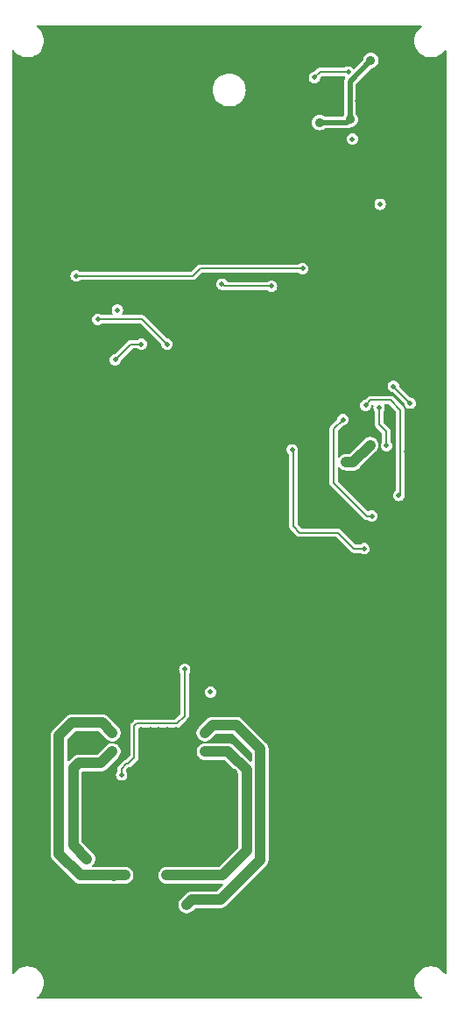
<source format=gbr>
%TF.GenerationSoftware,KiCad,Pcbnew,7.0.6*%
%TF.CreationDate,2023-12-03T11:26:54-05:00*%
%TF.ProjectId,oe-commutator-controller,6f652d63-6f6d-46d7-9574-61746f722d63,C*%
%TF.SameCoordinates,Original*%
%TF.FileFunction,Copper,L2,Inr*%
%TF.FilePolarity,Positive*%
%FSLAX46Y46*%
G04 Gerber Fmt 4.6, Leading zero omitted, Abs format (unit mm)*
G04 Created by KiCad (PCBNEW 7.0.6) date 2023-12-03 11:26:54*
%MOMM*%
%LPD*%
G01*
G04 APERTURE LIST*
%TA.AperFunction,ViaPad*%
%ADD10C,0.900000*%
%TD*%
%TA.AperFunction,ViaPad*%
%ADD11C,0.500000*%
%TD*%
%TA.AperFunction,Conductor*%
%ADD12C,1.000000*%
%TD*%
%TA.AperFunction,Conductor*%
%ADD13C,0.200000*%
%TD*%
%TA.AperFunction,Conductor*%
%ADD14C,0.500000*%
%TD*%
G04 APERTURE END LIST*
D10*
%TO.N,/OB2*%
X108900000Y-134200000D03*
%TO.N,/OA1*%
X120400000Y-138950000D03*
X119400000Y-139450000D03*
%TO.N,/OA2*%
X118550000Y-136600000D03*
%TO.N,/OB1*%
X113450000Y-136600000D03*
%TO.N,VCC*%
X135200000Y-63600000D03*
X137200000Y-57900000D03*
X132250500Y-63900000D03*
D11*
%TO.N,GND*%
X127466568Y-106232072D03*
X115000000Y-123250000D03*
X122200000Y-140600000D03*
X137700000Y-99000000D03*
X120000000Y-64300000D03*
X127400000Y-123100000D03*
X110050000Y-127600000D03*
X109100000Y-120000000D03*
X115900000Y-124750000D03*
X126900000Y-122000000D03*
X139000000Y-125600000D03*
X118400000Y-125500000D03*
X122200000Y-117900000D03*
X138200000Y-109600000D03*
X129800000Y-90900000D03*
X131000000Y-142000000D03*
X133000000Y-106500000D03*
X113800000Y-79600000D03*
X115000000Y-122500000D03*
X129900000Y-89600000D03*
X139300000Y-141400000D03*
X140600000Y-66200000D03*
X141200000Y-120100000D03*
X110300000Y-74600000D03*
X139600000Y-73000000D03*
X115250000Y-131550000D03*
X113550000Y-132800000D03*
X121800000Y-127000000D03*
X108200000Y-138200000D03*
X132000000Y-144800000D03*
X111950000Y-131300000D03*
X124200000Y-123900000D03*
X124300000Y-115600000D03*
X117500000Y-125500000D03*
X108400000Y-85650000D03*
X118000000Y-138200000D03*
X138600000Y-64400000D03*
X139700000Y-122500000D03*
X113400000Y-144800000D03*
X116700000Y-125500000D03*
X115000000Y-124000000D03*
X139800000Y-113800000D03*
X111100000Y-120400000D03*
X115800000Y-143000000D03*
X124050000Y-126600000D03*
X134200000Y-60000000D03*
X105850000Y-124500000D03*
X113300000Y-129200000D03*
X119200000Y-135000000D03*
X118400000Y-124000000D03*
X129100000Y-58700000D03*
X138200000Y-111000000D03*
X105850000Y-123000000D03*
X111600000Y-138400000D03*
X115900000Y-123250000D03*
X120100000Y-58900000D03*
X129200000Y-63800000D03*
X116700000Y-124750000D03*
X106000000Y-127000000D03*
X134200000Y-60800000D03*
X106000000Y-118400000D03*
X111600000Y-74800000D03*
X115000000Y-124750000D03*
X112400000Y-121400000D03*
X128400000Y-61200000D03*
X140800000Y-102400000D03*
X106100000Y-100700000D03*
X115900000Y-124000000D03*
X134300000Y-105300000D03*
X106400000Y-142800000D03*
X109300000Y-68000000D03*
X132500000Y-122900000D03*
X107457097Y-114019260D03*
X133400000Y-60000000D03*
X123393706Y-74851949D03*
X132300000Y-89700000D03*
X111100000Y-119200000D03*
X113600000Y-131550000D03*
X111000000Y-77800000D03*
X118700000Y-77500000D03*
X111850000Y-129200000D03*
X116693763Y-58550624D03*
X130300000Y-72400000D03*
X126321294Y-70061350D03*
X127000000Y-76100000D03*
X139400000Y-65200000D03*
X138600000Y-98150000D03*
X140400000Y-83300000D03*
X140300000Y-105000000D03*
X140200000Y-141400000D03*
X132000000Y-62800000D03*
X136800000Y-99000000D03*
X109507864Y-59006871D03*
X128600000Y-142300000D03*
X128300000Y-129800000D03*
X125000000Y-138800000D03*
X137600000Y-62100000D03*
X140600000Y-65200000D03*
X106600000Y-61600000D03*
X134200000Y-109100000D03*
X111598999Y-62732893D03*
X115800000Y-141200000D03*
X115100000Y-132750000D03*
X111050000Y-96900000D03*
X123650000Y-123250000D03*
X117500000Y-122500000D03*
X111000000Y-134300000D03*
X134300000Y-107900000D03*
X138600000Y-62100000D03*
X140600000Y-95700000D03*
X109200000Y-123750000D03*
X126100000Y-119400000D03*
X118000000Y-63200000D03*
X141800000Y-113000000D03*
X110600000Y-143200000D03*
X109550000Y-103050000D03*
X139600000Y-109800000D03*
X117600000Y-133100000D03*
X117500000Y-123250000D03*
X121000000Y-81600000D03*
X123500000Y-96800000D03*
X131100000Y-89500000D03*
X106600000Y-121000000D03*
X118400000Y-122500000D03*
X124100000Y-127500000D03*
X138400000Y-67600000D03*
X115900000Y-125500000D03*
X141100000Y-60100000D03*
X138600000Y-99000000D03*
X110000000Y-129900000D03*
X122600000Y-135000000D03*
X107200000Y-81200000D03*
X109300000Y-77500000D03*
X133200000Y-92200000D03*
X120924464Y-120988114D03*
X117500000Y-124750000D03*
X123950000Y-130500000D03*
X122400000Y-83400000D03*
X105850000Y-123750000D03*
X127750000Y-124500000D03*
X141600000Y-110200000D03*
X128300000Y-133900000D03*
X131500000Y-120100000D03*
X121200000Y-63300000D03*
X136800000Y-98150000D03*
X137700000Y-98150000D03*
X127021996Y-142211146D03*
X108200000Y-76400000D03*
X138000000Y-112600000D03*
X120000000Y-142000000D03*
X138100000Y-145000000D03*
X121800000Y-120400000D03*
X106600000Y-107400000D03*
X130400000Y-113900000D03*
X130200000Y-137900000D03*
X106200000Y-90400000D03*
X119600000Y-121600000D03*
X118000000Y-72600000D03*
X109200000Y-124500000D03*
X141015563Y-107406878D03*
X133500000Y-126700000D03*
X113800000Y-121600000D03*
X132200000Y-92400000D03*
X135200000Y-142800000D03*
X131600000Y-76600000D03*
X125600000Y-144600000D03*
X139000000Y-80200000D03*
X123600000Y-132000000D03*
X137300000Y-69200000D03*
X133400000Y-116500000D03*
X135900000Y-61800000D03*
X136400000Y-72800000D03*
X141300000Y-62000000D03*
X123800000Y-106900000D03*
X136100000Y-131500000D03*
X117600000Y-131500000D03*
X109200000Y-123000000D03*
X125200000Y-142400000D03*
X132600000Y-60800000D03*
X112250000Y-132600000D03*
X136100000Y-135200000D03*
X115800000Y-139600000D03*
X112550000Y-102450000D03*
X112100000Y-76900000D03*
X108200000Y-145000000D03*
X112300000Y-127500000D03*
X131000000Y-92100000D03*
X126000000Y-64300000D03*
X106000000Y-139800000D03*
X118400000Y-144800000D03*
X121300000Y-64100000D03*
X113800000Y-126400000D03*
X137200000Y-120000000D03*
X115900000Y-122500000D03*
X108600000Y-75000000D03*
X140100000Y-84800000D03*
X136600000Y-103100000D03*
X138800000Y-83600000D03*
X111100000Y-112100000D03*
X119300000Y-133100000D03*
X116000000Y-105400000D03*
X128100000Y-126600000D03*
X108400000Y-140800000D03*
X118400000Y-124750000D03*
X116200000Y-90900000D03*
X118400000Y-123250000D03*
X141000000Y-141400000D03*
X117500000Y-124000000D03*
X140400000Y-80600000D03*
X123800000Y-90300000D03*
X139100000Y-108200000D03*
X113800000Y-111400000D03*
X117400000Y-135200000D03*
X126900000Y-72800000D03*
X133400000Y-60850000D03*
X139800000Y-59900000D03*
X124100000Y-86400000D03*
X109450000Y-113100000D03*
X127000000Y-115800000D03*
X116100000Y-114600000D03*
X132600000Y-60000000D03*
X134400000Y-106500000D03*
X115000000Y-125500000D03*
X123600000Y-101500000D03*
X139800000Y-78400000D03*
X110200000Y-132300000D03*
X131700000Y-82000000D03*
X120000000Y-120500000D03*
X139900000Y-61300000D03*
X141600000Y-65000000D03*
X128122482Y-137995081D03*
X134800000Y-95400000D03*
X122150000Y-131900000D03*
X106500000Y-95600000D03*
X138800000Y-76300000D03*
X116700000Y-123250000D03*
X109550000Y-93050000D03*
X106400000Y-136600000D03*
X121300000Y-64900000D03*
X113600000Y-135000000D03*
X124000000Y-129050000D03*
X106000000Y-132200000D03*
X121140299Y-72683619D03*
X123100000Y-115800000D03*
X113200000Y-59000000D03*
X137700000Y-63400000D03*
X141000000Y-113800000D03*
X141000000Y-109600000D03*
X129800000Y-92100000D03*
X126100000Y-118400000D03*
X113900000Y-67100000D03*
X136000000Y-64700000D03*
X118100000Y-67900000D03*
X126000000Y-120500000D03*
X127300000Y-98700000D03*
X125400000Y-125100000D03*
X119300000Y-131500000D03*
X136200000Y-76400000D03*
X136700000Y-61800000D03*
X116700000Y-122500000D03*
X127400000Y-59050000D03*
X122000000Y-144800000D03*
X125100000Y-140800000D03*
X138800000Y-113400000D03*
X116700000Y-124000000D03*
%TO.N,+3.3V*%
X122800000Y-79500000D03*
X127600000Y-79700000D03*
D10*
%TO.N,/OA2*%
X117450000Y-136600000D03*
X121162500Y-124649500D03*
%TO.N,/OA1*%
X121150000Y-122850500D03*
%TO.N,/OB1*%
X112350000Y-136650000D03*
X112212500Y-122850500D03*
%TO.N,/OB2*%
X112200000Y-124650000D03*
X109750000Y-135000000D03*
D11*
%TO.N,/LTC44_{VMID}*%
X129600000Y-95500000D03*
X136550000Y-105050000D03*
%TO.N,/LTC44_{EN}*%
X136700000Y-91200000D03*
X139900000Y-99900000D03*
%TO.N,/LTC44_{~{PFO}}*%
X138700000Y-95100000D03*
X138000000Y-91400000D03*
D10*
%TO.N,Net-(U5-VMID)*%
X134800000Y-96700000D03*
X137148833Y-95058568D03*
D11*
%TO.N,/CW*%
X138100000Y-71800000D03*
%TO.N,/MODE*%
X135410000Y-65490000D03*
%TO.N,/CCW*%
X112700000Y-82000000D03*
%TO.N,/STOP*%
X121700000Y-118900000D03*
%TO.N,Net-(S5-A)*%
X141000000Y-91000000D03*
X130600000Y-78000000D03*
X139375000Y-89375000D03*
X108700000Y-78700000D03*
%TO.N,/IS31_{EN}*%
X135000000Y-59000000D03*
X131750000Y-59549500D03*
%TO.N,/TMC_{EN}*%
X113100000Y-126900000D03*
X119200000Y-116700000D03*
%TO.N,/SCLK*%
X117500000Y-85300000D03*
X110800000Y-82900000D03*
%TO.N,/TMC_{STEP}*%
X115000000Y-85300000D03*
X112500000Y-86800000D03*
%TO.N,/LTC44_{CURR}*%
X137300000Y-101900000D03*
X134500000Y-92600000D03*
%TD*%
D12*
%TO.N,/OA1*%
X124200000Y-122100000D02*
X121900500Y-122100000D01*
X126500000Y-135097056D02*
X126500000Y-124400000D01*
X121900500Y-122100000D02*
X121150000Y-122850500D01*
X119900000Y-138950000D02*
X122647056Y-138950000D01*
X122647056Y-138950000D02*
X126500000Y-135097056D01*
X126500000Y-124400000D02*
X124200000Y-122100000D01*
X119400000Y-139450000D02*
X119900000Y-138950000D01*
%TO.N,/OB1*%
X112400000Y-136600000D02*
X113450000Y-136600000D01*
X112350000Y-136650000D02*
X112400000Y-136600000D01*
X107050000Y-123100000D02*
X108300000Y-121850000D01*
X107050000Y-134550000D02*
X107050000Y-123100000D01*
X111212000Y-121850000D02*
X112212500Y-122850500D01*
X109100000Y-136600000D02*
X107050000Y-134550000D01*
X112300000Y-136600000D02*
X109100000Y-136600000D01*
X112350000Y-136650000D02*
X112300000Y-136600000D01*
X108300000Y-121850000D02*
X111212000Y-121850000D01*
%TO.N,/OB2*%
X111100000Y-125750000D02*
X112200000Y-124650000D01*
X108950000Y-125750000D02*
X111100000Y-125750000D01*
X108450000Y-133700000D02*
X108450000Y-126250000D01*
X109750000Y-135000000D02*
X108450000Y-133700000D01*
X108450000Y-126250000D02*
X108950000Y-125750000D01*
D13*
%TO.N,/TMC_{EN}*%
X119200000Y-121200000D02*
X119200000Y-116700000D01*
X118450000Y-121950000D02*
X119200000Y-121200000D01*
X114325000Y-122175000D02*
X114550000Y-121950000D01*
X114325000Y-125225000D02*
X114325000Y-122175000D01*
X113572182Y-125850000D02*
X113700000Y-125850000D01*
X113100000Y-126322182D02*
X113572182Y-125850000D01*
X113700000Y-125850000D02*
X114325000Y-125225000D01*
X114550000Y-121950000D02*
X118450000Y-121950000D01*
X113100000Y-126900000D02*
X113100000Y-126322182D01*
D14*
%TO.N,VCC*%
X137200000Y-57900000D02*
X135200000Y-59900000D01*
X134900000Y-63900000D02*
X135200000Y-63600000D01*
X135200000Y-59900000D02*
X135200000Y-63600000D01*
X132250500Y-63900000D02*
X134900000Y-63900000D01*
D13*
%TO.N,+3.3V*%
X123000000Y-79700000D02*
X122800000Y-79500000D01*
X127600000Y-79700000D02*
X123000000Y-79700000D01*
D12*
%TO.N,/OA2*%
X123399500Y-124649500D02*
X121162500Y-124649500D01*
X117450000Y-136600000D02*
X122810000Y-136600000D01*
X122810000Y-136600000D02*
X125200000Y-134210000D01*
X125200000Y-134210000D02*
X125200000Y-126406497D01*
X124400000Y-125650000D02*
X123399500Y-124649500D01*
X124443503Y-125650000D02*
X124400000Y-125650000D01*
X125200000Y-126406497D02*
X124443503Y-125650000D01*
D13*
%TO.N,/LTC44_{VMID}*%
X130300000Y-103500000D02*
X134000000Y-103500000D01*
X129700000Y-102900000D02*
X130300000Y-103500000D01*
X129600000Y-95500000D02*
X129700000Y-95600000D01*
X134000000Y-103500000D02*
X135550000Y-105050000D01*
X129700000Y-95600000D02*
X129700000Y-102900000D01*
X135550000Y-105050000D02*
X136550000Y-105050000D01*
%TO.N,/LTC44_{EN}*%
X137200000Y-90700000D02*
X136700000Y-91200000D01*
X140050000Y-99750000D02*
X140050000Y-91650000D01*
X139900000Y-99900000D02*
X140050000Y-99750000D01*
X140050000Y-91650000D02*
X139100000Y-90700000D01*
X139100000Y-90700000D02*
X137200000Y-90700000D01*
%TO.N,/LTC44_{~{PFO}}*%
X138000000Y-93050000D02*
X138700000Y-93750000D01*
X138700000Y-93750000D02*
X138700000Y-95100000D01*
X138000000Y-91400000D02*
X138000000Y-93050000D01*
D12*
%TO.N,Net-(U5-VMID)*%
X135500000Y-96700000D02*
X137141432Y-95058568D01*
X137141432Y-95058568D02*
X137148833Y-95058568D01*
X134800000Y-96700000D02*
X135500000Y-96700000D01*
D13*
%TO.N,Net-(S5-A)*%
X120700000Y-78000000D02*
X120000000Y-78700000D01*
X120000000Y-78700000D02*
X108700000Y-78700000D01*
X139375000Y-89375000D02*
X141000000Y-91000000D01*
X130600000Y-78000000D02*
X120700000Y-78000000D01*
%TO.N,/IS31_{EN}*%
X131750000Y-59549500D02*
X132299500Y-59000000D01*
X132299500Y-59000000D02*
X135000000Y-59000000D01*
%TO.N,/SCLK*%
X110800000Y-82900000D02*
X115100000Y-82900000D01*
X115100000Y-82900000D02*
X117500000Y-85300000D01*
%TO.N,/TMC_{STEP}*%
X112500000Y-86800000D02*
X114000000Y-85300000D01*
X114000000Y-85300000D02*
X115000000Y-85300000D01*
%TO.N,/LTC44_{CURR}*%
X133600000Y-98700000D02*
X133600000Y-93500000D01*
X133600000Y-93500000D02*
X134500000Y-92600000D01*
X136800000Y-101900000D02*
X133600000Y-98700000D01*
X137300000Y-101900000D02*
X136800000Y-101900000D01*
%TD*%
%TA.AperFunction,Conductor*%
%TO.N,GND*%
G36*
X142090958Y-54519407D02*
G01*
X142126922Y-54568907D01*
X142126922Y-54630093D01*
X142090958Y-54679593D01*
X142084495Y-54683911D01*
X142056343Y-54701162D01*
X142056335Y-54701168D01*
X141864785Y-54864767D01*
X141864767Y-54864785D01*
X141701168Y-55056335D01*
X141701162Y-55056343D01*
X141569535Y-55271137D01*
X141569532Y-55271143D01*
X141473127Y-55503886D01*
X141414316Y-55748853D01*
X141394551Y-56000000D01*
X141414316Y-56251146D01*
X141473127Y-56496113D01*
X141569532Y-56728856D01*
X141569535Y-56728862D01*
X141701162Y-56943656D01*
X141701168Y-56943664D01*
X141714662Y-56959464D01*
X141864776Y-57135224D01*
X141864782Y-57135229D01*
X141864785Y-57135232D01*
X141898102Y-57163687D01*
X142056341Y-57298836D01*
X142056343Y-57298837D01*
X142271137Y-57430464D01*
X142271143Y-57430467D01*
X142503887Y-57526872D01*
X142503889Y-57526873D01*
X142748852Y-57585683D01*
X142937118Y-57600500D01*
X142937123Y-57600500D01*
X143062877Y-57600500D01*
X143062882Y-57600500D01*
X143251148Y-57585683D01*
X143496111Y-57526873D01*
X143728859Y-57430466D01*
X143943659Y-57298836D01*
X144135224Y-57135224D01*
X144298836Y-56943659D01*
X144316088Y-56915505D01*
X144362613Y-56875768D01*
X144423610Y-56870967D01*
X144475780Y-56902936D01*
X144499195Y-56959464D01*
X144499500Y-56967232D01*
X144499500Y-146032767D01*
X144480593Y-146090958D01*
X144431093Y-146126922D01*
X144369907Y-146126922D01*
X144320407Y-146090958D01*
X144316089Y-146084495D01*
X144298837Y-146056343D01*
X144298836Y-146056341D01*
X144135224Y-145864776D01*
X144135217Y-145864770D01*
X144135214Y-145864767D01*
X143943664Y-145701168D01*
X143943656Y-145701162D01*
X143728862Y-145569535D01*
X143728856Y-145569532D01*
X143496112Y-145473127D01*
X143496113Y-145473127D01*
X143251146Y-145414316D01*
X143122812Y-145404216D01*
X143062882Y-145399500D01*
X142937118Y-145399500D01*
X142880775Y-145403934D01*
X142748853Y-145414316D01*
X142503886Y-145473127D01*
X142271143Y-145569532D01*
X142271137Y-145569535D01*
X142056343Y-145701162D01*
X142056335Y-145701168D01*
X141864785Y-145864767D01*
X141864767Y-145864785D01*
X141701168Y-146056335D01*
X141701162Y-146056343D01*
X141569535Y-146271137D01*
X141569532Y-146271143D01*
X141473127Y-146503886D01*
X141414316Y-146748853D01*
X141394551Y-147000000D01*
X141414316Y-147251146D01*
X141473127Y-147496113D01*
X141569532Y-147728856D01*
X141569535Y-147728862D01*
X141701162Y-147943656D01*
X141701168Y-147943664D01*
X141714662Y-147959464D01*
X141864776Y-148135224D01*
X142056341Y-148298836D01*
X142056343Y-148298837D01*
X142084495Y-148316089D01*
X142124231Y-148362615D01*
X142129032Y-148423611D01*
X142097062Y-148475780D01*
X142040534Y-148499195D01*
X142032767Y-148499500D01*
X104967233Y-148499500D01*
X104909042Y-148480593D01*
X104873078Y-148431093D01*
X104873078Y-148369907D01*
X104909042Y-148320407D01*
X104915505Y-148316089D01*
X104919906Y-148313391D01*
X104943659Y-148298836D01*
X105135224Y-148135224D01*
X105298836Y-147943659D01*
X105430466Y-147728859D01*
X105526873Y-147496111D01*
X105585683Y-147251148D01*
X105605449Y-147000000D01*
X105585683Y-146748852D01*
X105526873Y-146503889D01*
X105430466Y-146271141D01*
X105298836Y-146056341D01*
X105135224Y-145864776D01*
X105135217Y-145864770D01*
X105135214Y-145864767D01*
X104943664Y-145701168D01*
X104943656Y-145701162D01*
X104728862Y-145569535D01*
X104728856Y-145569532D01*
X104496112Y-145473127D01*
X104496113Y-145473127D01*
X104251146Y-145414316D01*
X104122812Y-145404216D01*
X104062882Y-145399500D01*
X103937118Y-145399500D01*
X103880775Y-145403934D01*
X103748853Y-145414316D01*
X103503886Y-145473127D01*
X103271143Y-145569532D01*
X103271137Y-145569535D01*
X103056343Y-145701162D01*
X103056335Y-145701168D01*
X102864785Y-145864767D01*
X102864767Y-145864785D01*
X102701168Y-146056335D01*
X102701162Y-146056343D01*
X102683911Y-146084495D01*
X102637385Y-146124231D01*
X102576389Y-146129032D01*
X102524220Y-146097062D01*
X102500805Y-146040534D01*
X102500500Y-146032767D01*
X102500500Y-134640195D01*
X106249500Y-134640195D01*
X106258947Y-134681589D01*
X106259877Y-134687064D01*
X106264630Y-134729249D01*
X106264632Y-134729256D01*
X106278652Y-134769323D01*
X106280189Y-134774659D01*
X106289640Y-134816061D01*
X106308061Y-134854314D01*
X106310187Y-134859445D01*
X106324211Y-134899524D01*
X106346803Y-134935477D01*
X106349481Y-134940322D01*
X106367909Y-134978587D01*
X106367910Y-134978589D01*
X106367911Y-134978590D01*
X106394375Y-135011774D01*
X106397591Y-135016306D01*
X106420184Y-135052262D01*
X106436178Y-135068256D01*
X106452174Y-135084253D01*
X108470183Y-137102262D01*
X108597736Y-137229814D01*
X108597738Y-137229816D01*
X108633692Y-137252408D01*
X108638210Y-137255613D01*
X108671414Y-137282092D01*
X108671417Y-137282093D01*
X108671418Y-137282094D01*
X108709668Y-137300515D01*
X108714529Y-137303202D01*
X108747458Y-137323892D01*
X108750478Y-137325789D01*
X108790554Y-137339812D01*
X108795680Y-137341936D01*
X108833939Y-137360360D01*
X108875339Y-137369809D01*
X108880660Y-137371341D01*
X108920745Y-137385368D01*
X108962951Y-137390123D01*
X108968399Y-137391049D01*
X109009806Y-137400500D01*
X109055046Y-137400500D01*
X112040868Y-137400500D01*
X112078495Y-137409088D01*
X112078693Y-137408524D01*
X112083699Y-137410276D01*
X112083822Y-137410304D01*
X112083934Y-137410358D01*
X112083942Y-137410361D01*
X112259806Y-137450500D01*
X112440195Y-137450500D01*
X112616061Y-137410360D01*
X112616177Y-137410303D01*
X112616300Y-137410275D01*
X112621303Y-137408525D01*
X112621500Y-137409088D01*
X112659131Y-137400500D01*
X113494953Y-137400500D01*
X113494954Y-137400500D01*
X113494955Y-137400499D01*
X113494970Y-137400499D01*
X113629249Y-137385369D01*
X113629251Y-137385368D01*
X113629255Y-137385368D01*
X113799522Y-137325789D01*
X113952262Y-137229816D01*
X114079816Y-137102262D01*
X114175789Y-136949522D01*
X114235368Y-136779255D01*
X114255565Y-136600000D01*
X116644435Y-136600000D01*
X116664632Y-136779257D01*
X116664633Y-136779261D01*
X116724211Y-136949522D01*
X116724211Y-136949523D01*
X116820181Y-137102258D01*
X116820184Y-137102262D01*
X116947738Y-137229816D01*
X116947740Y-137229817D01*
X116947741Y-137229818D01*
X117100474Y-137325787D01*
X117100478Y-137325789D01*
X117168657Y-137349646D01*
X117270738Y-137385366D01*
X117270742Y-137385367D01*
X117270745Y-137385368D01*
X117270746Y-137385368D01*
X117270750Y-137385369D01*
X117405029Y-137400499D01*
X117405045Y-137400499D01*
X117405046Y-137400500D01*
X117405047Y-137400500D01*
X122825469Y-137400500D01*
X122883660Y-137419407D01*
X122919624Y-137468907D01*
X122919624Y-137530093D01*
X122895473Y-137569504D01*
X122344474Y-138120504D01*
X122289957Y-138148281D01*
X122274470Y-138149500D01*
X119990194Y-138149500D01*
X119809806Y-138149500D01*
X119771495Y-138158243D01*
X119768411Y-138158947D01*
X119762936Y-138159877D01*
X119720750Y-138164630D01*
X119720744Y-138164632D01*
X119680666Y-138178654D01*
X119675331Y-138180191D01*
X119633936Y-138189640D01*
X119595685Y-138208061D01*
X119590555Y-138210185D01*
X119550480Y-138224209D01*
X119550476Y-138224211D01*
X119514523Y-138246801D01*
X119509663Y-138249487D01*
X119471416Y-138267907D01*
X119471414Y-138267908D01*
X119471413Y-138267909D01*
X119438211Y-138294385D01*
X119433686Y-138297594D01*
X119424991Y-138303058D01*
X119397736Y-138320184D01*
X119351823Y-138366097D01*
X119351823Y-138366098D01*
X118802177Y-138915744D01*
X118717908Y-139021412D01*
X118639640Y-139183939D01*
X118639638Y-139183942D01*
X118599500Y-139359806D01*
X118599500Y-139540193D01*
X118639638Y-139716057D01*
X118639639Y-139716059D01*
X118639640Y-139716061D01*
X118717909Y-139878587D01*
X118830380Y-140019620D01*
X118971413Y-140132091D01*
X119133939Y-140210360D01*
X119133941Y-140210360D01*
X119133942Y-140210361D01*
X119309806Y-140250500D01*
X119490194Y-140250500D01*
X119666057Y-140210361D01*
X119666057Y-140210360D01*
X119666061Y-140210360D01*
X119828587Y-140132091D01*
X119934252Y-140047826D01*
X120103491Y-139878587D01*
X120202583Y-139779496D01*
X120257099Y-139751719D01*
X120272586Y-139750500D01*
X122737248Y-139750500D01*
X122737250Y-139750500D01*
X122778652Y-139741049D01*
X122784106Y-139740123D01*
X122826311Y-139735368D01*
X122866383Y-139721345D01*
X122871710Y-139719810D01*
X122894288Y-139714657D01*
X122913110Y-139710362D01*
X122913111Y-139710361D01*
X122913117Y-139710360D01*
X122951380Y-139691932D01*
X122956487Y-139689816D01*
X122996578Y-139675789D01*
X123032540Y-139653191D01*
X123037380Y-139650516D01*
X123075643Y-139632091D01*
X123108845Y-139605612D01*
X123113363Y-139602407D01*
X123149318Y-139579816D01*
X123276872Y-139452262D01*
X123276872Y-139452261D01*
X127002259Y-135726873D01*
X127002262Y-135726872D01*
X127129816Y-135599318D01*
X127152417Y-135563347D01*
X127155612Y-135558844D01*
X127182092Y-135525642D01*
X127200518Y-135487377D01*
X127203193Y-135482537D01*
X127225789Y-135446578D01*
X127239816Y-135406488D01*
X127241935Y-135401376D01*
X127260360Y-135363117D01*
X127269810Y-135321710D01*
X127271347Y-135316379D01*
X127285368Y-135276311D01*
X127290123Y-135234106D01*
X127291049Y-135228652D01*
X127300500Y-135187250D01*
X127300500Y-135006861D01*
X127300500Y-124355046D01*
X127300500Y-124309806D01*
X127291049Y-124268399D01*
X127290123Y-124262951D01*
X127285368Y-124220745D01*
X127271341Y-124180660D01*
X127269808Y-124175335D01*
X127260362Y-124133946D01*
X127260361Y-124133943D01*
X127260360Y-124133939D01*
X127251335Y-124115198D01*
X127241935Y-124095678D01*
X127239809Y-124090546D01*
X127236253Y-124080383D01*
X127225789Y-124050478D01*
X127203197Y-124014523D01*
X127200510Y-124009661D01*
X127194457Y-123997091D01*
X127182091Y-123971413D01*
X127163244Y-123947780D01*
X127155620Y-123938219D01*
X127152405Y-123933689D01*
X127129816Y-123897738D01*
X127080923Y-123848845D01*
X127002262Y-123770183D01*
X124734253Y-121502174D01*
X124718256Y-121486178D01*
X124702262Y-121470184D01*
X124702259Y-121470182D01*
X124702258Y-121470181D01*
X124666306Y-121447591D01*
X124661774Y-121444375D01*
X124628590Y-121417911D01*
X124628589Y-121417910D01*
X124626398Y-121416855D01*
X124590322Y-121399481D01*
X124585477Y-121396803D01*
X124549524Y-121374211D01*
X124509445Y-121360187D01*
X124504314Y-121358061D01*
X124466061Y-121339640D01*
X124424659Y-121330189D01*
X124419326Y-121328653D01*
X124403219Y-121323017D01*
X124379256Y-121314632D01*
X124379249Y-121314630D01*
X124337064Y-121309877D01*
X124331589Y-121308947D01*
X124290195Y-121299500D01*
X124290194Y-121299500D01*
X124244954Y-121299500D01*
X121990694Y-121299500D01*
X121810306Y-121299500D01*
X121771995Y-121308243D01*
X121768911Y-121308947D01*
X121763436Y-121309877D01*
X121721250Y-121314630D01*
X121721244Y-121314632D01*
X121681166Y-121328654D01*
X121675831Y-121330191D01*
X121634438Y-121339640D01*
X121596181Y-121358062D01*
X121591052Y-121360186D01*
X121550984Y-121374208D01*
X121550972Y-121374213D01*
X121515019Y-121396803D01*
X121510160Y-121399488D01*
X121471916Y-121417906D01*
X121471911Y-121417910D01*
X121438720Y-121444379D01*
X121434191Y-121447592D01*
X121398239Y-121470183D01*
X121366247Y-121502174D01*
X120552173Y-122316249D01*
X120467908Y-122421912D01*
X120389640Y-122584439D01*
X120389638Y-122584442D01*
X120349500Y-122760306D01*
X120349500Y-122940693D01*
X120389638Y-123116557D01*
X120389639Y-123116559D01*
X120389640Y-123116561D01*
X120467909Y-123279087D01*
X120580380Y-123420120D01*
X120721413Y-123532591D01*
X120883939Y-123610860D01*
X120883941Y-123610860D01*
X120883942Y-123610861D01*
X121059806Y-123651000D01*
X121114768Y-123651000D01*
X121172959Y-123669907D01*
X121180261Y-123679957D01*
X121187563Y-123669907D01*
X121234669Y-123651623D01*
X121240189Y-123651000D01*
X121240194Y-123651000D01*
X121416061Y-123610860D01*
X121578587Y-123532591D01*
X121684252Y-123448326D01*
X122203082Y-122929496D01*
X122257599Y-122901719D01*
X122273086Y-122900500D01*
X123827414Y-122900500D01*
X123885605Y-122919407D01*
X123897418Y-122929496D01*
X125670503Y-124702582D01*
X125698280Y-124757099D01*
X125699499Y-124772586D01*
X125699500Y-125534911D01*
X125680593Y-125593102D01*
X125631093Y-125629066D01*
X125569907Y-125629066D01*
X125530496Y-125604915D01*
X124977756Y-125052174D01*
X124961759Y-125036178D01*
X124945765Y-125020184D01*
X124945762Y-125020182D01*
X124945761Y-125020181D01*
X124909809Y-124997591D01*
X124905277Y-124994375D01*
X124872093Y-124967911D01*
X124872090Y-124967909D01*
X124844608Y-124954674D01*
X124817560Y-124935483D01*
X123947676Y-124065598D01*
X123947673Y-124065593D01*
X123901761Y-124019683D01*
X123865806Y-123997091D01*
X123861274Y-123993875D01*
X123828090Y-123967411D01*
X123828089Y-123967410D01*
X123828087Y-123967409D01*
X123789822Y-123948981D01*
X123784977Y-123946303D01*
X123749024Y-123923711D01*
X123708945Y-123909687D01*
X123703814Y-123907561D01*
X123665561Y-123889140D01*
X123624159Y-123879689D01*
X123618826Y-123878153D01*
X123602719Y-123872517D01*
X123578756Y-123864132D01*
X123578749Y-123864130D01*
X123536564Y-123859377D01*
X123531089Y-123858447D01*
X123489695Y-123849000D01*
X123489694Y-123849000D01*
X123444454Y-123849000D01*
X121245754Y-123849000D01*
X121187563Y-123830093D01*
X121180260Y-123820042D01*
X121172959Y-123830093D01*
X121120311Y-123848845D01*
X121117529Y-123849000D01*
X120983250Y-123864130D01*
X120983238Y-123864133D01*
X120812977Y-123923711D01*
X120812976Y-123923711D01*
X120660241Y-124019681D01*
X120532681Y-124147241D01*
X120436711Y-124299976D01*
X120436711Y-124299977D01*
X120377133Y-124470238D01*
X120377132Y-124470242D01*
X120356935Y-124649500D01*
X120377132Y-124828757D01*
X120377133Y-124828761D01*
X120436711Y-124999022D01*
X120436711Y-124999023D01*
X120532681Y-125151758D01*
X120532684Y-125151762D01*
X120660238Y-125279316D01*
X120660240Y-125279317D01*
X120660241Y-125279318D01*
X120773217Y-125350306D01*
X120812978Y-125375289D01*
X120881157Y-125399146D01*
X120983238Y-125434866D01*
X120983242Y-125434867D01*
X120983245Y-125434868D01*
X120983246Y-125434868D01*
X120983250Y-125434869D01*
X121117529Y-125449999D01*
X121117545Y-125449999D01*
X121117546Y-125450000D01*
X123026914Y-125450000D01*
X123085105Y-125468907D01*
X123096918Y-125478996D01*
X123770182Y-126152259D01*
X123770184Y-126152262D01*
X123897738Y-126279816D01*
X123897740Y-126279817D01*
X123897741Y-126279818D01*
X123933689Y-126302406D01*
X123938220Y-126305621D01*
X123971414Y-126332093D01*
X123998892Y-126345325D01*
X124025941Y-126364517D01*
X124370503Y-126709078D01*
X124398281Y-126763595D01*
X124399500Y-126779082D01*
X124399500Y-133837413D01*
X124380593Y-133895604D01*
X124370504Y-133907417D01*
X122507418Y-135770504D01*
X122452901Y-135798281D01*
X122437414Y-135799500D01*
X117405029Y-135799500D01*
X117270750Y-135814630D01*
X117270738Y-135814633D01*
X117100477Y-135874211D01*
X117100476Y-135874211D01*
X116947741Y-135970181D01*
X116820181Y-136097741D01*
X116724211Y-136250476D01*
X116724211Y-136250477D01*
X116664633Y-136420738D01*
X116664632Y-136420742D01*
X116644435Y-136600000D01*
X114255565Y-136600000D01*
X114235368Y-136420745D01*
X114175789Y-136250478D01*
X114079816Y-136097738D01*
X113952262Y-135970184D01*
X113952259Y-135970182D01*
X113952258Y-135970181D01*
X113799523Y-135874211D01*
X113629261Y-135814633D01*
X113629249Y-135814630D01*
X113494970Y-135799500D01*
X113494954Y-135799500D01*
X112490195Y-135799500D01*
X112390194Y-135799500D01*
X112344954Y-135799500D01*
X110314288Y-135799500D01*
X110256097Y-135780593D01*
X110220133Y-135731093D01*
X110220133Y-135669907D01*
X110252562Y-135623099D01*
X110282382Y-135599318D01*
X110319621Y-135569621D01*
X110432092Y-135428587D01*
X110432091Y-135428587D01*
X110432093Y-135428586D01*
X110452013Y-135387219D01*
X110510360Y-135266061D01*
X110550500Y-135090195D01*
X110550500Y-134909806D01*
X110510360Y-134733939D01*
X110458181Y-134625588D01*
X110432093Y-134571415D01*
X110415026Y-134550015D01*
X110347827Y-134465749D01*
X109279496Y-133397418D01*
X109251719Y-133342901D01*
X109250500Y-133327414D01*
X109250500Y-126900000D01*
X112544750Y-126900000D01*
X112563669Y-127043708D01*
X112563670Y-127043709D01*
X112619139Y-127177625D01*
X112707379Y-127292621D01*
X112822375Y-127380861D01*
X112956291Y-127436330D01*
X113100000Y-127455250D01*
X113243709Y-127436330D01*
X113377625Y-127380861D01*
X113492621Y-127292621D01*
X113580861Y-127177625D01*
X113636330Y-127043709D01*
X113655250Y-126900000D01*
X113636330Y-126756291D01*
X113580861Y-126622375D01*
X113580858Y-126622371D01*
X113580857Y-126622369D01*
X113540514Y-126569794D01*
X113520089Y-126512119D01*
X113537466Y-126453453D01*
X113549046Y-126439527D01*
X113710558Y-126278015D01*
X113756561Y-126254576D01*
X113756019Y-126252909D01*
X113763432Y-126250500D01*
X113763433Y-126250500D01*
X113786382Y-126243043D01*
X113801465Y-126239421D01*
X113825304Y-126235646D01*
X113846802Y-126224690D01*
X113861151Y-126218748D01*
X113884090Y-126211296D01*
X113903612Y-126197111D01*
X113916849Y-126189000D01*
X113938342Y-126178050D01*
X113955261Y-126161129D01*
X113955267Y-126161125D01*
X113960907Y-126155485D01*
X113960909Y-126155484D01*
X114630483Y-125485909D01*
X114653050Y-125463342D01*
X114664002Y-125441843D01*
X114672115Y-125428605D01*
X114686296Y-125409090D01*
X114693751Y-125386144D01*
X114699695Y-125371795D01*
X114710646Y-125350304D01*
X114714419Y-125326473D01*
X114718048Y-125311364D01*
X114725498Y-125288435D01*
X114725499Y-125288434D01*
X114725499Y-125258538D01*
X114725499Y-125256524D01*
X114725500Y-125256519D01*
X114725500Y-122449500D01*
X114744407Y-122391309D01*
X114793907Y-122355345D01*
X114824500Y-122350500D01*
X118513432Y-122350500D01*
X118513433Y-122350500D01*
X118536382Y-122343043D01*
X118551465Y-122339421D01*
X118575304Y-122335646D01*
X118596802Y-122324690D01*
X118611151Y-122318748D01*
X118634090Y-122311296D01*
X118653612Y-122297111D01*
X118666849Y-122289000D01*
X118688342Y-122278050D01*
X118705261Y-122261129D01*
X118705267Y-122261125D01*
X118710907Y-122255485D01*
X118710909Y-122255484D01*
X119505483Y-121460909D01*
X119528050Y-121438342D01*
X119539002Y-121416843D01*
X119547115Y-121403605D01*
X119561296Y-121384090D01*
X119568751Y-121361142D01*
X119574690Y-121346802D01*
X119585646Y-121325304D01*
X119589421Y-121301465D01*
X119593043Y-121286382D01*
X119600500Y-121263433D01*
X119600500Y-121136567D01*
X119600500Y-118900000D01*
X121144750Y-118900000D01*
X121163669Y-119043708D01*
X121163670Y-119043709D01*
X121219139Y-119177625D01*
X121307379Y-119292621D01*
X121422375Y-119380861D01*
X121556291Y-119436330D01*
X121699999Y-119455250D01*
X121699999Y-119455249D01*
X121700000Y-119455250D01*
X121843709Y-119436330D01*
X121977625Y-119380861D01*
X122092621Y-119292621D01*
X122180861Y-119177625D01*
X122236330Y-119043709D01*
X122255250Y-118900000D01*
X122236330Y-118756291D01*
X122180861Y-118622375D01*
X122092621Y-118507379D01*
X121977625Y-118419139D01*
X121977621Y-118419137D01*
X121843709Y-118363670D01*
X121843708Y-118363669D01*
X121700000Y-118344750D01*
X121556291Y-118363669D01*
X121556290Y-118363670D01*
X121422378Y-118419137D01*
X121422374Y-118419139D01*
X121307381Y-118507377D01*
X121307377Y-118507381D01*
X121219139Y-118622374D01*
X121219137Y-118622378D01*
X121163670Y-118756290D01*
X121163669Y-118756291D01*
X121144750Y-118899999D01*
X121144750Y-118900000D01*
X119600500Y-118900000D01*
X119600500Y-117115957D01*
X119619407Y-117057767D01*
X119620959Y-117055690D01*
X119680857Y-116977630D01*
X119680856Y-116977630D01*
X119680861Y-116977625D01*
X119736330Y-116843709D01*
X119755250Y-116700000D01*
X119736330Y-116556291D01*
X119680861Y-116422375D01*
X119592621Y-116307379D01*
X119477625Y-116219139D01*
X119477621Y-116219137D01*
X119343709Y-116163670D01*
X119343708Y-116163669D01*
X119200000Y-116144750D01*
X119056291Y-116163669D01*
X119056290Y-116163670D01*
X118922378Y-116219137D01*
X118922374Y-116219139D01*
X118807381Y-116307377D01*
X118807377Y-116307381D01*
X118719139Y-116422374D01*
X118719137Y-116422378D01*
X118663670Y-116556290D01*
X118663669Y-116556291D01*
X118644750Y-116699999D01*
X118644750Y-116700000D01*
X118663669Y-116843708D01*
X118663670Y-116843709D01*
X118719137Y-116977621D01*
X118719142Y-116977630D01*
X118779041Y-117055690D01*
X118799466Y-117113365D01*
X118799500Y-117115958D01*
X118799500Y-120993099D01*
X118780593Y-121051290D01*
X118770504Y-121063103D01*
X118313103Y-121520504D01*
X118258586Y-121548281D01*
X118243099Y-121549500D01*
X114613433Y-121549500D01*
X114486567Y-121549500D01*
X114486565Y-121549500D01*
X114486562Y-121549501D01*
X114463624Y-121556953D01*
X114448529Y-121560577D01*
X114424701Y-121564352D01*
X114424691Y-121564355D01*
X114403202Y-121575305D01*
X114388852Y-121581249D01*
X114365915Y-121588701D01*
X114365906Y-121588706D01*
X114346385Y-121602887D01*
X114333151Y-121610997D01*
X114311660Y-121621948D01*
X114311658Y-121621950D01*
X114289094Y-121644513D01*
X114289092Y-121644515D01*
X114289090Y-121644515D01*
X114289091Y-121644516D01*
X114019515Y-121914092D01*
X113996950Y-121936658D01*
X113996948Y-121936660D01*
X113985997Y-121958151D01*
X113977887Y-121971385D01*
X113963706Y-121990906D01*
X113963701Y-121990915D01*
X113956249Y-122013852D01*
X113950305Y-122028202D01*
X113939355Y-122049691D01*
X113939352Y-122049701D01*
X113935577Y-122073529D01*
X113931953Y-122088624D01*
X113924501Y-122111562D01*
X113924500Y-122111569D01*
X113924500Y-125018099D01*
X113905593Y-125076290D01*
X113895503Y-125088103D01*
X113561621Y-125421984D01*
X113515615Y-125445428D01*
X113516157Y-125447094D01*
X113485808Y-125456954D01*
X113470706Y-125460580D01*
X113446875Y-125464354D01*
X113425380Y-125475306D01*
X113411035Y-125481248D01*
X113388092Y-125488703D01*
X113374426Y-125498632D01*
X113368573Y-125502885D01*
X113355330Y-125511000D01*
X113333839Y-125521949D01*
X113333839Y-125521950D01*
X113264514Y-125591271D01*
X113264497Y-125591292D01*
X112794515Y-126061274D01*
X112771950Y-126083840D01*
X112771948Y-126083842D01*
X112760997Y-126105333D01*
X112752887Y-126118567D01*
X112738706Y-126138088D01*
X112738701Y-126138097D01*
X112731249Y-126161034D01*
X112725305Y-126175384D01*
X112714355Y-126196873D01*
X112714352Y-126196883D01*
X112710577Y-126220712D01*
X112706953Y-126235806D01*
X112699499Y-126258749D01*
X112699498Y-126310347D01*
X112699500Y-126310356D01*
X112699500Y-126484040D01*
X112680593Y-126542231D01*
X112679042Y-126544307D01*
X112619142Y-126622370D01*
X112619137Y-126622378D01*
X112563670Y-126756290D01*
X112563669Y-126756291D01*
X112544750Y-126899999D01*
X112544750Y-126900000D01*
X109250500Y-126900000D01*
X109250500Y-126649500D01*
X109269407Y-126591309D01*
X109318907Y-126555345D01*
X109349500Y-126550500D01*
X111190192Y-126550500D01*
X111190194Y-126550500D01*
X111231596Y-126541049D01*
X111237050Y-126540123D01*
X111279255Y-126535368D01*
X111319327Y-126521345D01*
X111324654Y-126519810D01*
X111347232Y-126514657D01*
X111366054Y-126510362D01*
X111366055Y-126510361D01*
X111366061Y-126510360D01*
X111404324Y-126491932D01*
X111409431Y-126489816D01*
X111449522Y-126475789D01*
X111485484Y-126453191D01*
X111490324Y-126450516D01*
X111528587Y-126432091D01*
X111561789Y-126405612D01*
X111566307Y-126402407D01*
X111602262Y-126379816D01*
X111729816Y-126252262D01*
X111729816Y-126252261D01*
X112797826Y-125184252D01*
X112882092Y-125078587D01*
X112960360Y-124916061D01*
X113000500Y-124740194D01*
X113000500Y-124559806D01*
X112960360Y-124383939D01*
X112902089Y-124262937D01*
X112882093Y-124221413D01*
X112787573Y-124102890D01*
X112769621Y-124080379D01*
X112734253Y-124052174D01*
X112628586Y-123967906D01*
X112505783Y-123908769D01*
X112466061Y-123889640D01*
X112466058Y-123889639D01*
X112466055Y-123889638D01*
X112290194Y-123849500D01*
X112109806Y-123849500D01*
X111933944Y-123889638D01*
X111933937Y-123889641D01*
X111771414Y-123967906D01*
X111665744Y-124052177D01*
X110797418Y-124920504D01*
X110742901Y-124948281D01*
X110727414Y-124949500D01*
X109040194Y-124949500D01*
X108859806Y-124949500D01*
X108821495Y-124958243D01*
X108818411Y-124958947D01*
X108812936Y-124959877D01*
X108770750Y-124964630D01*
X108770744Y-124964632D01*
X108730666Y-124978654D01*
X108725331Y-124980191D01*
X108683936Y-124989640D01*
X108645685Y-125008061D01*
X108640555Y-125010185D01*
X108600480Y-125024209D01*
X108600476Y-125024211D01*
X108564523Y-125046801D01*
X108559663Y-125049487D01*
X108521416Y-125067907D01*
X108521414Y-125067908D01*
X108521413Y-125067909D01*
X108488211Y-125094385D01*
X108483686Y-125097594D01*
X108461773Y-125111364D01*
X108447736Y-125120185D01*
X108386754Y-125181163D01*
X108386751Y-125181169D01*
X108019504Y-125548417D01*
X107964987Y-125576195D01*
X107904555Y-125566624D01*
X107861290Y-125523359D01*
X107850500Y-125478414D01*
X107850500Y-123472585D01*
X107869407Y-123414394D01*
X107879490Y-123402587D01*
X108602582Y-122679495D01*
X108657099Y-122651719D01*
X108672586Y-122650500D01*
X110839414Y-122650500D01*
X110897605Y-122669407D01*
X110909418Y-122679496D01*
X111346478Y-123116555D01*
X111678249Y-123448326D01*
X111762780Y-123515738D01*
X111783915Y-123532593D01*
X111838089Y-123558681D01*
X111946439Y-123610860D01*
X112122306Y-123651000D01*
X112302695Y-123651000D01*
X112478561Y-123610860D01*
X112599719Y-123552513D01*
X112641086Y-123532593D01*
X112716333Y-123472585D01*
X112782121Y-123420121D01*
X112894592Y-123279087D01*
X112894591Y-123279087D01*
X112894593Y-123279086D01*
X112914513Y-123237719D01*
X112972860Y-123116561D01*
X113013000Y-122940695D01*
X113013000Y-122760306D01*
X112972860Y-122584439D01*
X112907877Y-122449500D01*
X112894593Y-122421915D01*
X112841504Y-122355345D01*
X112810326Y-122316249D01*
X111760175Y-121266097D01*
X111760173Y-121266093D01*
X111714261Y-121220183D01*
X111678306Y-121197591D01*
X111673774Y-121194375D01*
X111640590Y-121167911D01*
X111640589Y-121167910D01*
X111640581Y-121167906D01*
X111602322Y-121149481D01*
X111597477Y-121146803D01*
X111561524Y-121124211D01*
X111521445Y-121110187D01*
X111516314Y-121108061D01*
X111478061Y-121089640D01*
X111436659Y-121080189D01*
X111431326Y-121078653D01*
X111415219Y-121073017D01*
X111391256Y-121064632D01*
X111391249Y-121064630D01*
X111349064Y-121059877D01*
X111343589Y-121058947D01*
X111302195Y-121049500D01*
X111302194Y-121049500D01*
X111256954Y-121049500D01*
X108390194Y-121049500D01*
X108209806Y-121049500D01*
X108171495Y-121058243D01*
X108168411Y-121058947D01*
X108162936Y-121059877D01*
X108120750Y-121064630D01*
X108120744Y-121064632D01*
X108080666Y-121078654D01*
X108075331Y-121080191D01*
X108033938Y-121089640D01*
X107995681Y-121108062D01*
X107990552Y-121110186D01*
X107950484Y-121124208D01*
X107950472Y-121124213D01*
X107914519Y-121146803D01*
X107909660Y-121149488D01*
X107871416Y-121167906D01*
X107871411Y-121167909D01*
X107838219Y-121194379D01*
X107833691Y-121197592D01*
X107797736Y-121220185D01*
X107751823Y-121266097D01*
X107751823Y-121266098D01*
X106420184Y-122597737D01*
X106397592Y-122633691D01*
X106394379Y-122638220D01*
X106367910Y-122671411D01*
X106367906Y-122671416D01*
X106349488Y-122709660D01*
X106346803Y-122714519D01*
X106324213Y-122750472D01*
X106324208Y-122750484D01*
X106310186Y-122790552D01*
X106308062Y-122795681D01*
X106289640Y-122833938D01*
X106280191Y-122875331D01*
X106278654Y-122880666D01*
X106264632Y-122920744D01*
X106264630Y-122920750D01*
X106259877Y-122962936D01*
X106258947Y-122968411D01*
X106249500Y-123009806D01*
X106249500Y-123009808D01*
X106249500Y-123009809D01*
X106249500Y-134640195D01*
X102500500Y-134640195D01*
X102500500Y-95500000D01*
X129044750Y-95500000D01*
X129063669Y-95643708D01*
X129063670Y-95643709D01*
X129082175Y-95688386D01*
X129119139Y-95777625D01*
X129207379Y-95892621D01*
X129207383Y-95892624D01*
X129207384Y-95892625D01*
X129260767Y-95933587D01*
X129295423Y-95984011D01*
X129299500Y-96012129D01*
X129299500Y-102963437D01*
X129306953Y-102986374D01*
X129310579Y-103001474D01*
X129314354Y-103025306D01*
X129325301Y-103046788D01*
X129331247Y-103061142D01*
X129338703Y-103084088D01*
X129338702Y-103084088D01*
X129352884Y-103103608D01*
X129360997Y-103116847D01*
X129371950Y-103138342D01*
X129371951Y-103138343D01*
X129392031Y-103158424D01*
X129971949Y-103738342D01*
X130061656Y-103828048D01*
X130061658Y-103828050D01*
X130083152Y-103839001D01*
X130096398Y-103847119D01*
X130115905Y-103861293D01*
X130115906Y-103861293D01*
X130115910Y-103861296D01*
X130138849Y-103868748D01*
X130153201Y-103874694D01*
X130174691Y-103885644D01*
X130174693Y-103885644D01*
X130174696Y-103885646D01*
X130198517Y-103889418D01*
X130213613Y-103893042D01*
X130236567Y-103900500D01*
X130268481Y-103900500D01*
X133793099Y-103900500D01*
X133851290Y-103919407D01*
X133863102Y-103929496D01*
X135289091Y-105355484D01*
X135289092Y-105355484D01*
X135289092Y-105355485D01*
X135311656Y-105378048D01*
X135311658Y-105378050D01*
X135333147Y-105388999D01*
X135346392Y-105397115D01*
X135365910Y-105411296D01*
X135388851Y-105418749D01*
X135403201Y-105424694D01*
X135424691Y-105435644D01*
X135424693Y-105435644D01*
X135424696Y-105435646D01*
X135448517Y-105439418D01*
X135463613Y-105443042D01*
X135486567Y-105450500D01*
X135518481Y-105450500D01*
X136134040Y-105450500D01*
X136192231Y-105469407D01*
X136194307Y-105470958D01*
X136261078Y-105522193D01*
X136272375Y-105530861D01*
X136406291Y-105586330D01*
X136550000Y-105605250D01*
X136693709Y-105586330D01*
X136827625Y-105530861D01*
X136942621Y-105442621D01*
X137030861Y-105327625D01*
X137086330Y-105193709D01*
X137105250Y-105050000D01*
X137086330Y-104906291D01*
X137030861Y-104772375D01*
X136942621Y-104657379D01*
X136827625Y-104569139D01*
X136827621Y-104569137D01*
X136693709Y-104513670D01*
X136693708Y-104513669D01*
X136550000Y-104494750D01*
X136406291Y-104513669D01*
X136406290Y-104513670D01*
X136272378Y-104569137D01*
X136272370Y-104569142D01*
X136194307Y-104629042D01*
X136136631Y-104649466D01*
X136134040Y-104649500D01*
X135756901Y-104649500D01*
X135698710Y-104630593D01*
X135686897Y-104620504D01*
X134985800Y-103919407D01*
X134260909Y-103194516D01*
X134260905Y-103194513D01*
X134258424Y-103192032D01*
X134258424Y-103192031D01*
X134238343Y-103171951D01*
X134238342Y-103171950D01*
X134216847Y-103160997D01*
X134203608Y-103152884D01*
X134197581Y-103148505D01*
X134184090Y-103138704D01*
X134184088Y-103138703D01*
X134161142Y-103131247D01*
X134146788Y-103125301D01*
X134125306Y-103114354D01*
X134101474Y-103110579D01*
X134086374Y-103106953D01*
X134063437Y-103099500D01*
X134063433Y-103099500D01*
X134031519Y-103099500D01*
X130506899Y-103099500D01*
X130448708Y-103080593D01*
X130436895Y-103070503D01*
X130129496Y-102763103D01*
X130101719Y-102708587D01*
X130100500Y-102693100D01*
X130100500Y-95749902D01*
X130108035Y-95712018D01*
X130136330Y-95643709D01*
X130155250Y-95500000D01*
X130136330Y-95356291D01*
X130080861Y-95222375D01*
X129992621Y-95107379D01*
X129877625Y-95019139D01*
X129877621Y-95019137D01*
X129743709Y-94963670D01*
X129743708Y-94963669D01*
X129600000Y-94944750D01*
X129456291Y-94963669D01*
X129456290Y-94963670D01*
X129322378Y-95019137D01*
X129322374Y-95019139D01*
X129207381Y-95107377D01*
X129207377Y-95107381D01*
X129119139Y-95222374D01*
X129119137Y-95222378D01*
X129063670Y-95356290D01*
X129063669Y-95356291D01*
X129044750Y-95499999D01*
X129044750Y-95500000D01*
X102500500Y-95500000D01*
X102500500Y-93509462D01*
X133199498Y-93509462D01*
X133199500Y-93509488D01*
X133199499Y-98763431D01*
X133199500Y-98763437D01*
X133206953Y-98786374D01*
X133210579Y-98801474D01*
X133214354Y-98825306D01*
X133225301Y-98846788D01*
X133231247Y-98861142D01*
X133238703Y-98884088D01*
X133238702Y-98884088D01*
X133252884Y-98903608D01*
X133260997Y-98916847D01*
X133271950Y-98938342D01*
X133271951Y-98938343D01*
X133292031Y-98958424D01*
X136471949Y-102138342D01*
X136561657Y-102228049D01*
X136561658Y-102228050D01*
X136583149Y-102239000D01*
X136596395Y-102247117D01*
X136615910Y-102261296D01*
X136615912Y-102261296D01*
X136615913Y-102261297D01*
X136638852Y-102268750D01*
X136653195Y-102274690D01*
X136674696Y-102285646D01*
X136698524Y-102289419D01*
X136713633Y-102293047D01*
X136722194Y-102295828D01*
X136736567Y-102300499D01*
X136766437Y-102300499D01*
X136766461Y-102300500D01*
X136768481Y-102300500D01*
X136884040Y-102300500D01*
X136942231Y-102319407D01*
X136944307Y-102320958D01*
X137011078Y-102372193D01*
X137022375Y-102380861D01*
X137156291Y-102436330D01*
X137299999Y-102455250D01*
X137299999Y-102455249D01*
X137300000Y-102455250D01*
X137443709Y-102436330D01*
X137577625Y-102380861D01*
X137692621Y-102292621D01*
X137780861Y-102177625D01*
X137836330Y-102043709D01*
X137855250Y-101900000D01*
X137836330Y-101756291D01*
X137780861Y-101622375D01*
X137692621Y-101507379D01*
X137577625Y-101419139D01*
X137577621Y-101419137D01*
X137443709Y-101363670D01*
X137443708Y-101363669D01*
X137300000Y-101344750D01*
X137156291Y-101363669D01*
X137156290Y-101363670D01*
X137022378Y-101419137D01*
X137022371Y-101419141D01*
X137013819Y-101425703D01*
X136956141Y-101446123D01*
X136897477Y-101428741D01*
X136883553Y-101417161D01*
X134029496Y-98563103D01*
X134001719Y-98508586D01*
X134000500Y-98493099D01*
X134000500Y-97271585D01*
X134019407Y-97213394D01*
X134068907Y-97177430D01*
X134130093Y-97177430D01*
X134169504Y-97201581D01*
X134170182Y-97202259D01*
X134170184Y-97202262D01*
X134297738Y-97329816D01*
X134297740Y-97329817D01*
X134297741Y-97329818D01*
X134338809Y-97355623D01*
X134450478Y-97425789D01*
X134493177Y-97440730D01*
X134620738Y-97485366D01*
X134620742Y-97485367D01*
X134620745Y-97485368D01*
X134620746Y-97485368D01*
X134620750Y-97485369D01*
X134755029Y-97500499D01*
X134755045Y-97500499D01*
X134755046Y-97500500D01*
X134755047Y-97500500D01*
X135590192Y-97500500D01*
X135590194Y-97500500D01*
X135631596Y-97491049D01*
X135637050Y-97490123D01*
X135679255Y-97485368D01*
X135719327Y-97471345D01*
X135724654Y-97469810D01*
X135747232Y-97464657D01*
X135766054Y-97460362D01*
X135766055Y-97460361D01*
X135766061Y-97460360D01*
X135804324Y-97441932D01*
X135809431Y-97439816D01*
X135849522Y-97425789D01*
X135885484Y-97403191D01*
X135890324Y-97400516D01*
X135928587Y-97382091D01*
X135961789Y-97355612D01*
X135966307Y-97352407D01*
X136002262Y-97329816D01*
X136066038Y-97266039D01*
X136129817Y-97202262D01*
X137368769Y-95963308D01*
X137623298Y-95708778D01*
X137640633Y-95694957D01*
X137651095Y-95688384D01*
X137778649Y-95560830D01*
X137874622Y-95408090D01*
X137934201Y-95237823D01*
X137948921Y-95107169D01*
X137961662Y-95079120D01*
X137953952Y-95054614D01*
X137949955Y-95019137D01*
X137934201Y-94879313D01*
X137874622Y-94709046D01*
X137778649Y-94556306D01*
X137651095Y-94428752D01*
X137651092Y-94428750D01*
X137651091Y-94428749D01*
X137580239Y-94384230D01*
X137575709Y-94381016D01*
X137570018Y-94376477D01*
X137570015Y-94376475D01*
X137567537Y-94375282D01*
X137563449Y-94373313D01*
X137558604Y-94370636D01*
X137498355Y-94332779D01*
X137498348Y-94332776D01*
X137431207Y-94309282D01*
X137426076Y-94307157D01*
X137407496Y-94298209D01*
X137390485Y-94294327D01*
X137387380Y-94293618D01*
X137382059Y-94292085D01*
X137328088Y-94273200D01*
X137328087Y-94273199D01*
X137328086Y-94273199D01*
X137271279Y-94266798D01*
X137265804Y-94265868D01*
X137231627Y-94258068D01*
X137231626Y-94258068D01*
X137051237Y-94258068D01*
X137051236Y-94258068D01*
X137009842Y-94267515D01*
X137004367Y-94268445D01*
X136962182Y-94273198D01*
X136962172Y-94273201D01*
X136922097Y-94287223D01*
X136916762Y-94288760D01*
X136875375Y-94298208D01*
X136875371Y-94298209D01*
X136875366Y-94298211D01*
X136875367Y-94298211D01*
X136837117Y-94316629D01*
X136831988Y-94318754D01*
X136791910Y-94332779D01*
X136791904Y-94332781D01*
X136755953Y-94355370D01*
X136751095Y-94358055D01*
X136712848Y-94376474D01*
X136712843Y-94376477D01*
X136679651Y-94402947D01*
X136675123Y-94406160D01*
X136639168Y-94428753D01*
X136560404Y-94507516D01*
X135197418Y-95870504D01*
X135142901Y-95898281D01*
X135127414Y-95899500D01*
X134755029Y-95899500D01*
X134620750Y-95914630D01*
X134620738Y-95914633D01*
X134450477Y-95974211D01*
X134450476Y-95974211D01*
X134297741Y-96070181D01*
X134297736Y-96070185D01*
X134169502Y-96198419D01*
X134114986Y-96226196D01*
X134054554Y-96216624D01*
X134011289Y-96173360D01*
X134000499Y-96128418D01*
X134000499Y-93706898D01*
X134019406Y-93648708D01*
X134029489Y-93636901D01*
X134489070Y-93177320D01*
X134543585Y-93149545D01*
X134546117Y-93149177D01*
X134643709Y-93136330D01*
X134777625Y-93080861D01*
X134892621Y-92992621D01*
X134980861Y-92877625D01*
X135036330Y-92743709D01*
X135055250Y-92600000D01*
X135036330Y-92456291D01*
X134980861Y-92322375D01*
X134892621Y-92207379D01*
X134777625Y-92119139D01*
X134777621Y-92119137D01*
X134643709Y-92063670D01*
X134643708Y-92063669D01*
X134500000Y-92044750D01*
X134356291Y-92063669D01*
X134356290Y-92063670D01*
X134222378Y-92119137D01*
X134222374Y-92119139D01*
X134107381Y-92207377D01*
X134107377Y-92207381D01*
X134019139Y-92322374D01*
X134019137Y-92322378D01*
X133963670Y-92456290D01*
X133950825Y-92553849D01*
X133924483Y-92609074D01*
X133922676Y-92610930D01*
X133294516Y-93239091D01*
X133294515Y-93239092D01*
X133271950Y-93261658D01*
X133271948Y-93261660D01*
X133260997Y-93283151D01*
X133252887Y-93296385D01*
X133238706Y-93315906D01*
X133238701Y-93315915D01*
X133231249Y-93338852D01*
X133225305Y-93353202D01*
X133214355Y-93374691D01*
X133214352Y-93374701D01*
X133210577Y-93398530D01*
X133206953Y-93413624D01*
X133199499Y-93436567D01*
X133199498Y-93509462D01*
X102500500Y-93509462D01*
X102500500Y-91200000D01*
X136144750Y-91200000D01*
X136163669Y-91343708D01*
X136163670Y-91343709D01*
X136214286Y-91465910D01*
X136219139Y-91477625D01*
X136307379Y-91592621D01*
X136422375Y-91680861D01*
X136556291Y-91736330D01*
X136699999Y-91755250D01*
X136699999Y-91755249D01*
X136700000Y-91755250D01*
X136843709Y-91736330D01*
X136977625Y-91680861D01*
X137092621Y-91592621D01*
X137180861Y-91477625D01*
X137236330Y-91343709D01*
X137249173Y-91246149D01*
X137275513Y-91190925D01*
X137277277Y-91189114D01*
X137295892Y-91170499D01*
X137350410Y-91142723D01*
X137410841Y-91152297D01*
X137454105Y-91195562D01*
X137464047Y-91253427D01*
X137444750Y-91399999D01*
X137444750Y-91400000D01*
X137463669Y-91543708D01*
X137463670Y-91543709D01*
X137519137Y-91677621D01*
X137519142Y-91677630D01*
X137579041Y-91755690D01*
X137599466Y-91813365D01*
X137599500Y-91815958D01*
X137599500Y-93113437D01*
X137606953Y-93136374D01*
X137610579Y-93151474D01*
X137614354Y-93175306D01*
X137625301Y-93196788D01*
X137631247Y-93211142D01*
X137638703Y-93234088D01*
X137638702Y-93234088D01*
X137652884Y-93253608D01*
X137660997Y-93266847D01*
X137671950Y-93288342D01*
X137671951Y-93288343D01*
X137692031Y-93308424D01*
X137692032Y-93308424D01*
X137694513Y-93310905D01*
X137694516Y-93310909D01*
X138270505Y-93886897D01*
X138298281Y-93941412D01*
X138299500Y-93956899D01*
X138299500Y-94684040D01*
X138280593Y-94742231D01*
X138279042Y-94744307D01*
X138219142Y-94822370D01*
X138219137Y-94822378D01*
X138163670Y-94956290D01*
X138150483Y-95056453D01*
X138137904Y-95082823D01*
X138145452Y-95105333D01*
X138163670Y-95243709D01*
X138219139Y-95377625D01*
X138307379Y-95492621D01*
X138422375Y-95580861D01*
X138556291Y-95636330D01*
X138700000Y-95655250D01*
X138843709Y-95636330D01*
X138977625Y-95580861D01*
X139092621Y-95492621D01*
X139180861Y-95377625D01*
X139236330Y-95243709D01*
X139255250Y-95100000D01*
X139236330Y-94956291D01*
X139180861Y-94822375D01*
X139172193Y-94811078D01*
X139120958Y-94744307D01*
X139100534Y-94686631D01*
X139100500Y-94684040D01*
X139100500Y-93716630D01*
X139100499Y-93716601D01*
X139100499Y-93686566D01*
X139100498Y-93686565D01*
X139093047Y-93663633D01*
X139089419Y-93648523D01*
X139085646Y-93624697D01*
X139085646Y-93624696D01*
X139074690Y-93603195D01*
X139068750Y-93588852D01*
X139061297Y-93565913D01*
X139061296Y-93565912D01*
X139061296Y-93565910D01*
X139047117Y-93546395D01*
X139039000Y-93533149D01*
X139028050Y-93511658D01*
X139028049Y-93511657D01*
X138938342Y-93421949D01*
X138429496Y-92913103D01*
X138401719Y-92858586D01*
X138400500Y-92843099D01*
X138400500Y-91815958D01*
X138419407Y-91757767D01*
X138420959Y-91755690D01*
X138480857Y-91677630D01*
X138480856Y-91677630D01*
X138480861Y-91677625D01*
X138536330Y-91543709D01*
X138555250Y-91400000D01*
X138536330Y-91256291D01*
X138528497Y-91237382D01*
X138523699Y-91176388D01*
X138555668Y-91124219D01*
X138612197Y-91100805D01*
X138619963Y-91100500D01*
X138893099Y-91100500D01*
X138951290Y-91119407D01*
X138963103Y-91129496D01*
X139620504Y-91786897D01*
X139648281Y-91841414D01*
X139649500Y-91856901D01*
X139649500Y-99349503D01*
X139630593Y-99407694D01*
X139610768Y-99428044D01*
X139507385Y-99507373D01*
X139507377Y-99507381D01*
X139419139Y-99622374D01*
X139419137Y-99622378D01*
X139363670Y-99756290D01*
X139363669Y-99756291D01*
X139344750Y-99899999D01*
X139344750Y-99900000D01*
X139363669Y-100043708D01*
X139363670Y-100043709D01*
X139419139Y-100177625D01*
X139507379Y-100292621D01*
X139622375Y-100380861D01*
X139756291Y-100436330D01*
X139899999Y-100455250D01*
X139899999Y-100455249D01*
X139900000Y-100455250D01*
X140043709Y-100436330D01*
X140177625Y-100380861D01*
X140292621Y-100292621D01*
X140380861Y-100177625D01*
X140436330Y-100043709D01*
X140455250Y-99900000D01*
X140448693Y-99850201D01*
X140451351Y-99821459D01*
X140449281Y-99821132D01*
X140450500Y-99813435D01*
X140450500Y-91586569D01*
X140450500Y-91586567D01*
X140443042Y-91563613D01*
X140439418Y-91548514D01*
X140438657Y-91543708D01*
X140435646Y-91524696D01*
X140435644Y-91524693D01*
X140435644Y-91524691D01*
X140424694Y-91503201D01*
X140418749Y-91488851D01*
X140411296Y-91465910D01*
X140397115Y-91446391D01*
X140389005Y-91433158D01*
X140385061Y-91425418D01*
X140382647Y-91410183D01*
X140363231Y-91396839D01*
X140355485Y-91389093D01*
X140355484Y-91389091D01*
X139360909Y-90394516D01*
X139360908Y-90394515D01*
X139358424Y-90392031D01*
X139338343Y-90371951D01*
X139338342Y-90371950D01*
X139316845Y-90360996D01*
X139303608Y-90352884D01*
X139297581Y-90348505D01*
X139284090Y-90338704D01*
X139284088Y-90338703D01*
X139261142Y-90331247D01*
X139246788Y-90325301D01*
X139225306Y-90314354D01*
X139201474Y-90310579D01*
X139186374Y-90306953D01*
X139163437Y-90299500D01*
X139163433Y-90299500D01*
X139131519Y-90299500D01*
X137263433Y-90299500D01*
X137136567Y-90299500D01*
X137136566Y-90299500D01*
X137136560Y-90299501D01*
X137113624Y-90306953D01*
X137098525Y-90310578D01*
X137074701Y-90314352D01*
X137074695Y-90314354D01*
X137053196Y-90325307D01*
X137038857Y-90331246D01*
X137015914Y-90338702D01*
X137015911Y-90338704D01*
X136996392Y-90352884D01*
X136983155Y-90360996D01*
X136961658Y-90371950D01*
X136939092Y-90394515D01*
X136939084Y-90394521D01*
X136710929Y-90622676D01*
X136656413Y-90650453D01*
X136653849Y-90650825D01*
X136556290Y-90663670D01*
X136422378Y-90719137D01*
X136422374Y-90719139D01*
X136307381Y-90807377D01*
X136307377Y-90807381D01*
X136219139Y-90922374D01*
X136219137Y-90922378D01*
X136163670Y-91056290D01*
X136163669Y-91056291D01*
X136144750Y-91199999D01*
X136144750Y-91200000D01*
X102500500Y-91200000D01*
X102500500Y-89375000D01*
X138819750Y-89375000D01*
X138838669Y-89518708D01*
X138838670Y-89518709D01*
X138894139Y-89652625D01*
X138982379Y-89767621D01*
X139097375Y-89855861D01*
X139231291Y-89911330D01*
X139328848Y-89924173D01*
X139384072Y-89950514D01*
X139385929Y-89952322D01*
X140422676Y-90989069D01*
X140450453Y-91043586D01*
X140450825Y-91046150D01*
X140463670Y-91143709D01*
X140521622Y-91283620D01*
X140520414Y-91284120D01*
X140522988Y-91296234D01*
X140551811Y-91320204D01*
X140607379Y-91392621D01*
X140722375Y-91480861D01*
X140856291Y-91536330D01*
X141000000Y-91555250D01*
X141143709Y-91536330D01*
X141277625Y-91480861D01*
X141392621Y-91392621D01*
X141480861Y-91277625D01*
X141536330Y-91143709D01*
X141555250Y-91000000D01*
X141536330Y-90856291D01*
X141480861Y-90722375D01*
X141392621Y-90607379D01*
X141277625Y-90519139D01*
X141277621Y-90519137D01*
X141143709Y-90463670D01*
X141046150Y-90450825D01*
X140990925Y-90424483D01*
X140989069Y-90422676D01*
X139952322Y-89385929D01*
X139924545Y-89331412D01*
X139924173Y-89328847D01*
X139911330Y-89231291D01*
X139855861Y-89097375D01*
X139767621Y-88982379D01*
X139652625Y-88894139D01*
X139652621Y-88894137D01*
X139518709Y-88838670D01*
X139518708Y-88838669D01*
X139375000Y-88819750D01*
X139231291Y-88838669D01*
X139231290Y-88838670D01*
X139097378Y-88894137D01*
X139097374Y-88894139D01*
X138982381Y-88982377D01*
X138982377Y-88982381D01*
X138894139Y-89097374D01*
X138894137Y-89097378D01*
X138838670Y-89231290D01*
X138838669Y-89231291D01*
X138819750Y-89374999D01*
X138819750Y-89375000D01*
X102500500Y-89375000D01*
X102500500Y-86800000D01*
X111944750Y-86800000D01*
X111963669Y-86943708D01*
X111963670Y-86943709D01*
X112019139Y-87077625D01*
X112107379Y-87192621D01*
X112222375Y-87280861D01*
X112356291Y-87336330D01*
X112499999Y-87355250D01*
X112499999Y-87355249D01*
X112500000Y-87355250D01*
X112643709Y-87336330D01*
X112777625Y-87280861D01*
X112892621Y-87192621D01*
X112980861Y-87077625D01*
X113036330Y-86943709D01*
X113049173Y-86846150D01*
X113075514Y-86790926D01*
X113077285Y-86789106D01*
X114136895Y-85729496D01*
X114191413Y-85701719D01*
X114206900Y-85700500D01*
X114584040Y-85700500D01*
X114642231Y-85719407D01*
X114644307Y-85720958D01*
X114711078Y-85772193D01*
X114722375Y-85780861D01*
X114856291Y-85836330D01*
X115000000Y-85855250D01*
X115143709Y-85836330D01*
X115277625Y-85780861D01*
X115392621Y-85692621D01*
X115480861Y-85577625D01*
X115536330Y-85443709D01*
X115555250Y-85300000D01*
X115536330Y-85156291D01*
X115480861Y-85022375D01*
X115392621Y-84907379D01*
X115277625Y-84819139D01*
X115277621Y-84819137D01*
X115143709Y-84763670D01*
X115143708Y-84763669D01*
X115000000Y-84744750D01*
X114856291Y-84763669D01*
X114856290Y-84763670D01*
X114722378Y-84819137D01*
X114722370Y-84819142D01*
X114644307Y-84879042D01*
X114586631Y-84899466D01*
X114584040Y-84899500D01*
X113966461Y-84899500D01*
X113966437Y-84899501D01*
X113936563Y-84899501D01*
X113913626Y-84906954D01*
X113898524Y-84910580D01*
X113874693Y-84914354D01*
X113853198Y-84925306D01*
X113838853Y-84931248D01*
X113815910Y-84938703D01*
X113802244Y-84948632D01*
X113796391Y-84952885D01*
X113783148Y-84961000D01*
X113761657Y-84971949D01*
X113739090Y-84994517D01*
X112510928Y-86222676D01*
X112456412Y-86250453D01*
X112453848Y-86250825D01*
X112356290Y-86263670D01*
X112222378Y-86319137D01*
X112222374Y-86319139D01*
X112107381Y-86407377D01*
X112107377Y-86407381D01*
X112019139Y-86522374D01*
X112019137Y-86522378D01*
X111963670Y-86656290D01*
X111963669Y-86656291D01*
X111944750Y-86799999D01*
X111944750Y-86800000D01*
X102500500Y-86800000D01*
X102500500Y-82900000D01*
X110244750Y-82900000D01*
X110263669Y-83043708D01*
X110263670Y-83043709D01*
X110319139Y-83177625D01*
X110407379Y-83292621D01*
X110522375Y-83380861D01*
X110656291Y-83436330D01*
X110800000Y-83455250D01*
X110943709Y-83436330D01*
X111077625Y-83380861D01*
X111115934Y-83351464D01*
X111155693Y-83320958D01*
X111213369Y-83300534D01*
X111215960Y-83300500D01*
X114893099Y-83300500D01*
X114951290Y-83319407D01*
X114963103Y-83329496D01*
X116922676Y-85289069D01*
X116950453Y-85343586D01*
X116950825Y-85346150D01*
X116963670Y-85443708D01*
X116963670Y-85443709D01*
X117019139Y-85577625D01*
X117107379Y-85692621D01*
X117222375Y-85780861D01*
X117356291Y-85836330D01*
X117500000Y-85855250D01*
X117643709Y-85836330D01*
X117777625Y-85780861D01*
X117892621Y-85692621D01*
X117980861Y-85577625D01*
X118036330Y-85443709D01*
X118055250Y-85300000D01*
X118036330Y-85156291D01*
X117980861Y-85022375D01*
X117892621Y-84907379D01*
X117777625Y-84819139D01*
X117777621Y-84819137D01*
X117643709Y-84763670D01*
X117546150Y-84750825D01*
X117490925Y-84724483D01*
X117489069Y-84722676D01*
X115360909Y-82594516D01*
X115360905Y-82594513D01*
X115358424Y-82592032D01*
X115358424Y-82592031D01*
X115338343Y-82571951D01*
X115338342Y-82571950D01*
X115316847Y-82560997D01*
X115303608Y-82552884D01*
X115297581Y-82548505D01*
X115284090Y-82538704D01*
X115284088Y-82538703D01*
X115261142Y-82531247D01*
X115246788Y-82525301D01*
X115225306Y-82514354D01*
X115201474Y-82510579D01*
X115186374Y-82506953D01*
X115163437Y-82499500D01*
X115163433Y-82499500D01*
X115131519Y-82499500D01*
X113211362Y-82499500D01*
X113153171Y-82480593D01*
X113117207Y-82431093D01*
X113117207Y-82369907D01*
X113132818Y-82340234D01*
X113180861Y-82277625D01*
X113236330Y-82143709D01*
X113255250Y-82000000D01*
X113236330Y-81856291D01*
X113180861Y-81722375D01*
X113092621Y-81607379D01*
X112977625Y-81519139D01*
X112977621Y-81519137D01*
X112843709Y-81463670D01*
X112843708Y-81463669D01*
X112700000Y-81444750D01*
X112556291Y-81463669D01*
X112556290Y-81463670D01*
X112422378Y-81519137D01*
X112422374Y-81519139D01*
X112307381Y-81607377D01*
X112307377Y-81607381D01*
X112219139Y-81722374D01*
X112219137Y-81722378D01*
X112163670Y-81856290D01*
X112163669Y-81856291D01*
X112144750Y-81999999D01*
X112144750Y-82000000D01*
X112163669Y-82143708D01*
X112163670Y-82143709D01*
X112219139Y-82277625D01*
X112267180Y-82340233D01*
X112287604Y-82397908D01*
X112270227Y-82456574D01*
X112221686Y-82493821D01*
X112188638Y-82499500D01*
X111215960Y-82499500D01*
X111157769Y-82480593D01*
X111155693Y-82479042D01*
X111077629Y-82419142D01*
X111077628Y-82419141D01*
X111077625Y-82419139D01*
X111077622Y-82419138D01*
X111077621Y-82419137D01*
X110943709Y-82363670D01*
X110943708Y-82363669D01*
X110800000Y-82344750D01*
X110656291Y-82363669D01*
X110656290Y-82363670D01*
X110522378Y-82419137D01*
X110522374Y-82419139D01*
X110407381Y-82507377D01*
X110407377Y-82507381D01*
X110319139Y-82622374D01*
X110319137Y-82622378D01*
X110263670Y-82756290D01*
X110263669Y-82756291D01*
X110244750Y-82899999D01*
X110244750Y-82900000D01*
X102500500Y-82900000D01*
X102500500Y-79500000D01*
X122244750Y-79500000D01*
X122263669Y-79643708D01*
X122263670Y-79643709D01*
X122319139Y-79777625D01*
X122407379Y-79892621D01*
X122522375Y-79980861D01*
X122656291Y-80036330D01*
X122788591Y-80053747D01*
X122808194Y-80059835D01*
X122808502Y-80058888D01*
X122815909Y-80061294D01*
X122815911Y-80061296D01*
X122838861Y-80068752D01*
X122853201Y-80074693D01*
X122874696Y-80085646D01*
X122898534Y-80089421D01*
X122913611Y-80093041D01*
X122936567Y-80100500D01*
X122968481Y-80100500D01*
X127184040Y-80100500D01*
X127242231Y-80119407D01*
X127244307Y-80120958D01*
X127311078Y-80172193D01*
X127322375Y-80180861D01*
X127456291Y-80236330D01*
X127600000Y-80255250D01*
X127743709Y-80236330D01*
X127877625Y-80180861D01*
X127992621Y-80092621D01*
X128080861Y-79977625D01*
X128136330Y-79843709D01*
X128155250Y-79700000D01*
X128136330Y-79556291D01*
X128080861Y-79422375D01*
X127992621Y-79307379D01*
X127877625Y-79219139D01*
X127877621Y-79219137D01*
X127743709Y-79163670D01*
X127743708Y-79163669D01*
X127600000Y-79144750D01*
X127456291Y-79163669D01*
X127456290Y-79163670D01*
X127322378Y-79219137D01*
X127322370Y-79219142D01*
X127244307Y-79279042D01*
X127186631Y-79299466D01*
X127184040Y-79299500D01*
X123378957Y-79299500D01*
X123320766Y-79280593D01*
X123287493Y-79238386D01*
X123280861Y-79222376D01*
X123280860Y-79222374D01*
X123278376Y-79219137D01*
X123192621Y-79107379D01*
X123077625Y-79019139D01*
X123077621Y-79019137D01*
X122943709Y-78963670D01*
X122943708Y-78963669D01*
X122800000Y-78944750D01*
X122656291Y-78963669D01*
X122656290Y-78963670D01*
X122522378Y-79019137D01*
X122522374Y-79019139D01*
X122407381Y-79107377D01*
X122407377Y-79107381D01*
X122319139Y-79222374D01*
X122319137Y-79222378D01*
X122263670Y-79356290D01*
X122263669Y-79356291D01*
X122244750Y-79499999D01*
X122244750Y-79500000D01*
X102500500Y-79500000D01*
X102500500Y-78700000D01*
X108144750Y-78700000D01*
X108163669Y-78843708D01*
X108163670Y-78843709D01*
X108213358Y-78963670D01*
X108219139Y-78977625D01*
X108307379Y-79092621D01*
X108422375Y-79180861D01*
X108556291Y-79236330D01*
X108699999Y-79255250D01*
X108699999Y-79255249D01*
X108700000Y-79255250D01*
X108843709Y-79236330D01*
X108977625Y-79180861D01*
X109024686Y-79144750D01*
X109055693Y-79120958D01*
X109113369Y-79100534D01*
X109115960Y-79100500D01*
X120063432Y-79100500D01*
X120063433Y-79100500D01*
X120086382Y-79093043D01*
X120101465Y-79089421D01*
X120125304Y-79085646D01*
X120146802Y-79074690D01*
X120161151Y-79068748D01*
X120184090Y-79061296D01*
X120203612Y-79047111D01*
X120216849Y-79039000D01*
X120238342Y-79028050D01*
X120255261Y-79011129D01*
X120255267Y-79011125D01*
X120260907Y-79005485D01*
X120260909Y-79005484D01*
X120836896Y-78429495D01*
X120891413Y-78401719D01*
X120906900Y-78400500D01*
X130184040Y-78400500D01*
X130242231Y-78419407D01*
X130244307Y-78420958D01*
X130311078Y-78472193D01*
X130322375Y-78480861D01*
X130456291Y-78536330D01*
X130599999Y-78555250D01*
X130599999Y-78555249D01*
X130600000Y-78555250D01*
X130743709Y-78536330D01*
X130877625Y-78480861D01*
X130992621Y-78392621D01*
X131080861Y-78277625D01*
X131136330Y-78143709D01*
X131155250Y-78000000D01*
X131136330Y-77856291D01*
X131080861Y-77722375D01*
X130992621Y-77607379D01*
X130877625Y-77519139D01*
X130877621Y-77519137D01*
X130743709Y-77463670D01*
X130743708Y-77463669D01*
X130600000Y-77444750D01*
X130456291Y-77463669D01*
X130456290Y-77463670D01*
X130322378Y-77519137D01*
X130322370Y-77519142D01*
X130244307Y-77579042D01*
X130186631Y-77599466D01*
X130184040Y-77599500D01*
X120666461Y-77599500D01*
X120666437Y-77599501D01*
X120636563Y-77599501D01*
X120613626Y-77606954D01*
X120598524Y-77610580D01*
X120574693Y-77614354D01*
X120553198Y-77625306D01*
X120538853Y-77631248D01*
X120515911Y-77638703D01*
X120496393Y-77652884D01*
X120483150Y-77660999D01*
X120461658Y-77671950D01*
X120461656Y-77671951D01*
X119863103Y-78270504D01*
X119808586Y-78298281D01*
X119793099Y-78299500D01*
X109115960Y-78299500D01*
X109057769Y-78280593D01*
X109055693Y-78279042D01*
X108977629Y-78219142D01*
X108977628Y-78219141D01*
X108977625Y-78219139D01*
X108977622Y-78219138D01*
X108977621Y-78219137D01*
X108843709Y-78163670D01*
X108843708Y-78163669D01*
X108700000Y-78144750D01*
X108556291Y-78163669D01*
X108556290Y-78163670D01*
X108422378Y-78219137D01*
X108422374Y-78219139D01*
X108307381Y-78307377D01*
X108307377Y-78307381D01*
X108219139Y-78422374D01*
X108219137Y-78422378D01*
X108163670Y-78556290D01*
X108163669Y-78556291D01*
X108144750Y-78699999D01*
X108144750Y-78700000D01*
X102500500Y-78700000D01*
X102500500Y-71800000D01*
X137544750Y-71800000D01*
X137563669Y-71943708D01*
X137563670Y-71943709D01*
X137619139Y-72077625D01*
X137707379Y-72192621D01*
X137822375Y-72280861D01*
X137956291Y-72336330D01*
X138100000Y-72355250D01*
X138243709Y-72336330D01*
X138377625Y-72280861D01*
X138492621Y-72192621D01*
X138580861Y-72077625D01*
X138636330Y-71943709D01*
X138655250Y-71800000D01*
X138636330Y-71656291D01*
X138580861Y-71522375D01*
X138492621Y-71407379D01*
X138377625Y-71319139D01*
X138377621Y-71319137D01*
X138243709Y-71263670D01*
X138243708Y-71263669D01*
X138100000Y-71244750D01*
X137956291Y-71263669D01*
X137956290Y-71263670D01*
X137822378Y-71319137D01*
X137822374Y-71319139D01*
X137707381Y-71407377D01*
X137707377Y-71407381D01*
X137619139Y-71522374D01*
X137619137Y-71522378D01*
X137563670Y-71656290D01*
X137563669Y-71656291D01*
X137544750Y-71799999D01*
X137544750Y-71800000D01*
X102500500Y-71800000D01*
X102500500Y-65490000D01*
X134854750Y-65490000D01*
X134873669Y-65633708D01*
X134873670Y-65633709D01*
X134929139Y-65767625D01*
X135017379Y-65882621D01*
X135132375Y-65970861D01*
X135266291Y-66026330D01*
X135410000Y-66045250D01*
X135553709Y-66026330D01*
X135687625Y-65970861D01*
X135802621Y-65882621D01*
X135890861Y-65767625D01*
X135946330Y-65633709D01*
X135965250Y-65490000D01*
X135946330Y-65346291D01*
X135890861Y-65212375D01*
X135802621Y-65097379D01*
X135687625Y-65009139D01*
X135687621Y-65009137D01*
X135553709Y-64953670D01*
X135553708Y-64953669D01*
X135410000Y-64934750D01*
X135266291Y-64953669D01*
X135266290Y-64953670D01*
X135132378Y-65009137D01*
X135132374Y-65009139D01*
X135017381Y-65097377D01*
X135017377Y-65097381D01*
X134929139Y-65212374D01*
X134929137Y-65212378D01*
X134873670Y-65346290D01*
X134873669Y-65346291D01*
X134854750Y-65489999D01*
X134854750Y-65490000D01*
X102500500Y-65490000D01*
X102500500Y-60749999D01*
X121900000Y-60749999D01*
X121919698Y-61000293D01*
X121978310Y-61244428D01*
X122074388Y-61476382D01*
X122074394Y-61476394D01*
X122205569Y-61690450D01*
X122205570Y-61690452D01*
X122205571Y-61690454D01*
X122205573Y-61690456D01*
X122368629Y-61881371D01*
X122559544Y-62044427D01*
X122559546Y-62044428D01*
X122559547Y-62044429D01*
X122559549Y-62044430D01*
X122773605Y-62175605D01*
X122773617Y-62175611D01*
X123005571Y-62271689D01*
X123005573Y-62271690D01*
X123249705Y-62330301D01*
X123500000Y-62350000D01*
X123750295Y-62330301D01*
X123994427Y-62271690D01*
X124226385Y-62175610D01*
X124226389Y-62175607D01*
X124226394Y-62175605D01*
X124318912Y-62118908D01*
X124440456Y-62044427D01*
X124631371Y-61881371D01*
X124794427Y-61690456D01*
X124868908Y-61568912D01*
X124925605Y-61476394D01*
X124925607Y-61476389D01*
X124925610Y-61476385D01*
X125021690Y-61244427D01*
X125080301Y-61000295D01*
X125100000Y-60750000D01*
X125080301Y-60499705D01*
X125021690Y-60255573D01*
X124925610Y-60023615D01*
X124925605Y-60023605D01*
X124794430Y-59809549D01*
X124794429Y-59809547D01*
X124794428Y-59809546D01*
X124794427Y-59809544D01*
X124655041Y-59646343D01*
X124631379Y-59618638D01*
X124631376Y-59618635D01*
X124631371Y-59618629D01*
X124631364Y-59618623D01*
X124631361Y-59618620D01*
X124550431Y-59549500D01*
X131194750Y-59549500D01*
X131213669Y-59693208D01*
X131213670Y-59693209D01*
X131259970Y-59804990D01*
X131269139Y-59827125D01*
X131357379Y-59942121D01*
X131472375Y-60030361D01*
X131606291Y-60085830D01*
X131749999Y-60104750D01*
X131749999Y-60104749D01*
X131750000Y-60104750D01*
X131893709Y-60085830D01*
X132027625Y-60030361D01*
X132142621Y-59942121D01*
X132230861Y-59827125D01*
X132286330Y-59693209D01*
X132299173Y-59595648D01*
X132325513Y-59540425D01*
X132327279Y-59538611D01*
X132436395Y-59429496D01*
X132490913Y-59401719D01*
X132506399Y-59400500D01*
X134584041Y-59400500D01*
X134642232Y-59419407D01*
X134644308Y-59420958D01*
X134710391Y-59471665D01*
X134745047Y-59522089D01*
X134743446Y-59583254D01*
X134729010Y-59610023D01*
X134715641Y-59627653D01*
X134715638Y-59627659D01*
X134708269Y-59646343D01*
X134700765Y-59661452D01*
X134690327Y-59678618D01*
X134678210Y-59721861D01*
X134676594Y-59726666D01*
X134660123Y-59768437D01*
X134660122Y-59768441D01*
X134658068Y-59788417D01*
X134654919Y-59804990D01*
X134649500Y-59824334D01*
X134649500Y-59869236D01*
X134649240Y-59874301D01*
X134644648Y-59918973D01*
X134648060Y-59938759D01*
X134649500Y-59955582D01*
X134649500Y-63048125D01*
X134630593Y-63106316D01*
X134620506Y-63118126D01*
X134609525Y-63129107D01*
X134609520Y-63129113D01*
X134519544Y-63272308D01*
X134519544Y-63272309D01*
X134515734Y-63283198D01*
X134478668Y-63331879D01*
X134422290Y-63349500D01*
X132802374Y-63349500D01*
X132744183Y-63330593D01*
X132732376Y-63320509D01*
X132721390Y-63309523D01*
X132721387Y-63309521D01*
X132721386Y-63309520D01*
X132578191Y-63219544D01*
X132418565Y-63163688D01*
X132418553Y-63163685D01*
X132250504Y-63144751D01*
X132250496Y-63144751D01*
X132082446Y-63163685D01*
X132082434Y-63163688D01*
X131922809Y-63219544D01*
X131922808Y-63219544D01*
X131779613Y-63309520D01*
X131660020Y-63429113D01*
X131570044Y-63572308D01*
X131570044Y-63572309D01*
X131514188Y-63731934D01*
X131514185Y-63731946D01*
X131495251Y-63899995D01*
X131495251Y-63900004D01*
X131514185Y-64068053D01*
X131514188Y-64068065D01*
X131570044Y-64227690D01*
X131570044Y-64227691D01*
X131648994Y-64353338D01*
X131660023Y-64370890D01*
X131779610Y-64490477D01*
X131922810Y-64580456D01*
X131986732Y-64602823D01*
X132082434Y-64636311D01*
X132082438Y-64636312D01*
X132082441Y-64636313D01*
X132082442Y-64636313D01*
X132082446Y-64636314D01*
X132250496Y-64655249D01*
X132250500Y-64655249D01*
X132250504Y-64655249D01*
X132418553Y-64636314D01*
X132418555Y-64636313D01*
X132418559Y-64636313D01*
X132578190Y-64580456D01*
X132721390Y-64490477D01*
X132732372Y-64479494D01*
X132786887Y-64451719D01*
X132802374Y-64450500D01*
X134890603Y-64450500D01*
X134956826Y-64452762D01*
X135000450Y-64442130D01*
X135005416Y-64441185D01*
X135049920Y-64435070D01*
X135068339Y-64427068D01*
X135084337Y-64421687D01*
X135103852Y-64416933D01*
X135143004Y-64394918D01*
X135147511Y-64392679D01*
X135188720Y-64374780D01*
X135192235Y-64371920D01*
X135243631Y-64350332D01*
X135368059Y-64336313D01*
X135527690Y-64280456D01*
X135670890Y-64190477D01*
X135790477Y-64070890D01*
X135880456Y-63927690D01*
X135936313Y-63768059D01*
X135940383Y-63731941D01*
X135955249Y-63600004D01*
X135955249Y-63599995D01*
X135936314Y-63431946D01*
X135936311Y-63431934D01*
X135900850Y-63330593D01*
X135880456Y-63272310D01*
X135790477Y-63129110D01*
X135790474Y-63129107D01*
X135779494Y-63118126D01*
X135751718Y-63063609D01*
X135750500Y-63048125D01*
X135750500Y-60169031D01*
X135769407Y-60110840D01*
X135779490Y-60099033D01*
X137201736Y-58676786D01*
X137256251Y-58649011D01*
X137260635Y-58648416D01*
X137368059Y-58636313D01*
X137527690Y-58580456D01*
X137670890Y-58490477D01*
X137790477Y-58370890D01*
X137880456Y-58227690D01*
X137936313Y-58068059D01*
X137955249Y-57900000D01*
X137955249Y-57899995D01*
X137936314Y-57731946D01*
X137936311Y-57731934D01*
X137885135Y-57585683D01*
X137880456Y-57572310D01*
X137790477Y-57429110D01*
X137670890Y-57309523D01*
X137670887Y-57309521D01*
X137670886Y-57309520D01*
X137527691Y-57219544D01*
X137368065Y-57163688D01*
X137368053Y-57163685D01*
X137200004Y-57144751D01*
X137199996Y-57144751D01*
X137031946Y-57163685D01*
X137031934Y-57163688D01*
X136872309Y-57219544D01*
X136872308Y-57219544D01*
X136729113Y-57309520D01*
X136609520Y-57429113D01*
X136519544Y-57572308D01*
X136519544Y-57572309D01*
X136463686Y-57731939D01*
X136463686Y-57731941D01*
X136451584Y-57839344D01*
X136426280Y-57895052D01*
X136423211Y-57898263D01*
X135612021Y-58709453D01*
X135557504Y-58737230D01*
X135497072Y-58727659D01*
X135463475Y-58699717D01*
X135431051Y-58657462D01*
X135392621Y-58607379D01*
X135277625Y-58519139D01*
X135277621Y-58519137D01*
X135143709Y-58463670D01*
X135143708Y-58463669D01*
X135000000Y-58444750D01*
X134856291Y-58463669D01*
X134856290Y-58463670D01*
X134722378Y-58519137D01*
X134722370Y-58519142D01*
X134644307Y-58579042D01*
X134586631Y-58599466D01*
X134584040Y-58599500D01*
X132265961Y-58599500D01*
X132265937Y-58599501D01*
X132236063Y-58599501D01*
X132213126Y-58606954D01*
X132198024Y-58610580D01*
X132174193Y-58614354D01*
X132152698Y-58625306D01*
X132138353Y-58631248D01*
X132115410Y-58638703D01*
X132102045Y-58648414D01*
X132095891Y-58652885D01*
X132082648Y-58661000D01*
X132061158Y-58671949D01*
X132024667Y-58708440D01*
X132024667Y-58708441D01*
X131760930Y-58972176D01*
X131706414Y-58999953D01*
X131703850Y-59000325D01*
X131606290Y-59013170D01*
X131472378Y-59068637D01*
X131472374Y-59068639D01*
X131357381Y-59156877D01*
X131357377Y-59156881D01*
X131269139Y-59271874D01*
X131269137Y-59271878D01*
X131213670Y-59405790D01*
X131213669Y-59405791D01*
X131194750Y-59549499D01*
X131194750Y-59549500D01*
X124550431Y-59549500D01*
X124510341Y-59515260D01*
X124440456Y-59455573D01*
X124440454Y-59455571D01*
X124440452Y-59455570D01*
X124440450Y-59455569D01*
X124226394Y-59324394D01*
X124226382Y-59324388D01*
X123994428Y-59228310D01*
X123994429Y-59228310D01*
X123750293Y-59169698D01*
X123500000Y-59150000D01*
X123249706Y-59169698D01*
X123005571Y-59228310D01*
X122773617Y-59324388D01*
X122773605Y-59324394D01*
X122559549Y-59455569D01*
X122559547Y-59455570D01*
X122368638Y-59618620D01*
X122368620Y-59618638D01*
X122205570Y-59809547D01*
X122205569Y-59809549D01*
X122074394Y-60023605D01*
X122074388Y-60023617D01*
X121978310Y-60255571D01*
X121919698Y-60499706D01*
X121900000Y-60749999D01*
X102500500Y-60749999D01*
X102500500Y-56967232D01*
X102519407Y-56909041D01*
X102568907Y-56873077D01*
X102630093Y-56873077D01*
X102679593Y-56909041D01*
X102683912Y-56915506D01*
X102701161Y-56943655D01*
X102701168Y-56943664D01*
X102714662Y-56959464D01*
X102864776Y-57135224D01*
X102864782Y-57135229D01*
X102864785Y-57135232D01*
X102898102Y-57163687D01*
X103056341Y-57298836D01*
X103056343Y-57298837D01*
X103271137Y-57430464D01*
X103271143Y-57430467D01*
X103503887Y-57526872D01*
X103503889Y-57526873D01*
X103748852Y-57585683D01*
X103937118Y-57600500D01*
X103937123Y-57600500D01*
X104062877Y-57600500D01*
X104062882Y-57600500D01*
X104251148Y-57585683D01*
X104496111Y-57526873D01*
X104728859Y-57430466D01*
X104943659Y-57298836D01*
X105135224Y-57135224D01*
X105298836Y-56943659D01*
X105430466Y-56728859D01*
X105526873Y-56496111D01*
X105585683Y-56251148D01*
X105605449Y-56000000D01*
X105585683Y-55748852D01*
X105526873Y-55503889D01*
X105430466Y-55271141D01*
X105298836Y-55056341D01*
X105135224Y-54864776D01*
X105135217Y-54864770D01*
X105135214Y-54864767D01*
X104943664Y-54701168D01*
X104943656Y-54701162D01*
X104915505Y-54683911D01*
X104875769Y-54637385D01*
X104870968Y-54576389D01*
X104902938Y-54524220D01*
X104959466Y-54500805D01*
X104967233Y-54500500D01*
X142032767Y-54500500D01*
X142090958Y-54519407D01*
G37*
%TD.AperFunction*%
%TD*%
M02*

</source>
